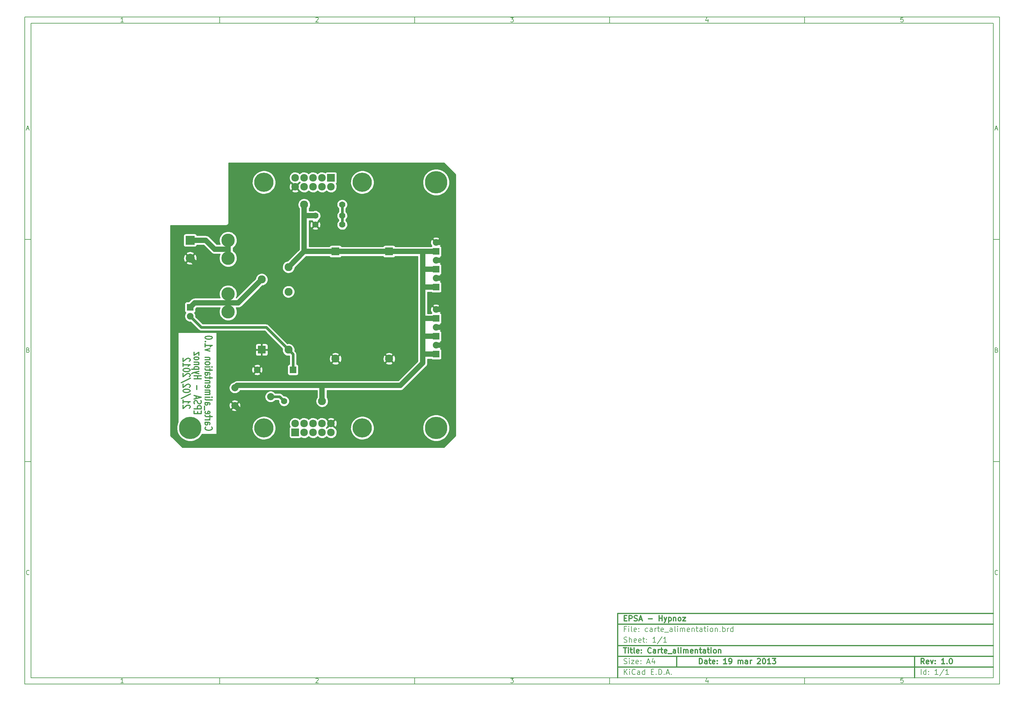
<source format=gbl>
G04 (created by PCBNEW-RS274X (2012-01-19 BZR 3256)-stable) date 19/03/2013 14:49:39*
G01*
G70*
G90*
%MOIN*%
G04 Gerber Fmt 3.4, Leading zero omitted, Abs format*
%FSLAX34Y34*%
G04 APERTURE LIST*
%ADD10C,0.006000*%
%ADD11C,0.012000*%
%ADD12C,0.215000*%
%ADD13R,0.085000X0.085000*%
%ADD14C,0.085000*%
%ADD15C,0.250000*%
%ADD16C,0.080000*%
%ADD17R,0.090000X0.090000*%
%ADD18C,0.090000*%
%ADD19C,0.070000*%
%ADD20R,0.075000X0.075000*%
%ADD21C,0.075000*%
%ADD22C,0.150000*%
%ADD23R,0.100000X0.100000*%
%ADD24C,0.100000*%
%ADD25C,0.060000*%
%ADD26C,0.030000*%
%ADD27C,0.010000*%
G04 APERTURE END LIST*
G54D10*
X04000Y-04000D02*
X113000Y-04000D01*
X113000Y-78670D01*
X04000Y-78670D01*
X04000Y-04000D01*
X04700Y-04700D02*
X112300Y-04700D01*
X112300Y-77970D01*
X04700Y-77970D01*
X04700Y-04700D01*
X25800Y-04000D02*
X25800Y-04700D01*
X15043Y-04552D02*
X14757Y-04552D01*
X14900Y-04552D02*
X14900Y-04052D01*
X14852Y-04124D01*
X14805Y-04171D01*
X14757Y-04195D01*
X25800Y-78670D02*
X25800Y-77970D01*
X15043Y-78522D02*
X14757Y-78522D01*
X14900Y-78522D02*
X14900Y-78022D01*
X14852Y-78094D01*
X14805Y-78141D01*
X14757Y-78165D01*
X47600Y-04000D02*
X47600Y-04700D01*
X36557Y-04100D02*
X36581Y-04076D01*
X36629Y-04052D01*
X36748Y-04052D01*
X36795Y-04076D01*
X36819Y-04100D01*
X36843Y-04148D01*
X36843Y-04195D01*
X36819Y-04267D01*
X36533Y-04552D01*
X36843Y-04552D01*
X47600Y-78670D02*
X47600Y-77970D01*
X36557Y-78070D02*
X36581Y-78046D01*
X36629Y-78022D01*
X36748Y-78022D01*
X36795Y-78046D01*
X36819Y-78070D01*
X36843Y-78118D01*
X36843Y-78165D01*
X36819Y-78237D01*
X36533Y-78522D01*
X36843Y-78522D01*
X69400Y-04000D02*
X69400Y-04700D01*
X58333Y-04052D02*
X58643Y-04052D01*
X58476Y-04243D01*
X58548Y-04243D01*
X58595Y-04267D01*
X58619Y-04290D01*
X58643Y-04338D01*
X58643Y-04457D01*
X58619Y-04505D01*
X58595Y-04529D01*
X58548Y-04552D01*
X58405Y-04552D01*
X58357Y-04529D01*
X58333Y-04505D01*
X69400Y-78670D02*
X69400Y-77970D01*
X58333Y-78022D02*
X58643Y-78022D01*
X58476Y-78213D01*
X58548Y-78213D01*
X58595Y-78237D01*
X58619Y-78260D01*
X58643Y-78308D01*
X58643Y-78427D01*
X58619Y-78475D01*
X58595Y-78499D01*
X58548Y-78522D01*
X58405Y-78522D01*
X58357Y-78499D01*
X58333Y-78475D01*
X91200Y-04000D02*
X91200Y-04700D01*
X80395Y-04219D02*
X80395Y-04552D01*
X80276Y-04029D02*
X80157Y-04386D01*
X80467Y-04386D01*
X91200Y-78670D02*
X91200Y-77970D01*
X80395Y-78189D02*
X80395Y-78522D01*
X80276Y-77999D02*
X80157Y-78356D01*
X80467Y-78356D01*
X102219Y-04052D02*
X101981Y-04052D01*
X101957Y-04290D01*
X101981Y-04267D01*
X102029Y-04243D01*
X102148Y-04243D01*
X102195Y-04267D01*
X102219Y-04290D01*
X102243Y-04338D01*
X102243Y-04457D01*
X102219Y-04505D01*
X102195Y-04529D01*
X102148Y-04552D01*
X102029Y-04552D01*
X101981Y-04529D01*
X101957Y-04505D01*
X102219Y-78022D02*
X101981Y-78022D01*
X101957Y-78260D01*
X101981Y-78237D01*
X102029Y-78213D01*
X102148Y-78213D01*
X102195Y-78237D01*
X102219Y-78260D01*
X102243Y-78308D01*
X102243Y-78427D01*
X102219Y-78475D01*
X102195Y-78499D01*
X102148Y-78522D01*
X102029Y-78522D01*
X101981Y-78499D01*
X101957Y-78475D01*
X04000Y-28890D02*
X04700Y-28890D01*
X04231Y-16510D02*
X04469Y-16510D01*
X04184Y-16652D02*
X04350Y-16152D01*
X04517Y-16652D01*
X113000Y-28890D02*
X112300Y-28890D01*
X112531Y-16510D02*
X112769Y-16510D01*
X112484Y-16652D02*
X112650Y-16152D01*
X112817Y-16652D01*
X04000Y-53780D02*
X04700Y-53780D01*
X04386Y-41280D02*
X04457Y-41304D01*
X04481Y-41328D01*
X04505Y-41376D01*
X04505Y-41447D01*
X04481Y-41495D01*
X04457Y-41519D01*
X04410Y-41542D01*
X04219Y-41542D01*
X04219Y-41042D01*
X04386Y-41042D01*
X04433Y-41066D01*
X04457Y-41090D01*
X04481Y-41138D01*
X04481Y-41185D01*
X04457Y-41233D01*
X04433Y-41257D01*
X04386Y-41280D01*
X04219Y-41280D01*
X113000Y-53780D02*
X112300Y-53780D01*
X112686Y-41280D02*
X112757Y-41304D01*
X112781Y-41328D01*
X112805Y-41376D01*
X112805Y-41447D01*
X112781Y-41495D01*
X112757Y-41519D01*
X112710Y-41542D01*
X112519Y-41542D01*
X112519Y-41042D01*
X112686Y-41042D01*
X112733Y-41066D01*
X112757Y-41090D01*
X112781Y-41138D01*
X112781Y-41185D01*
X112757Y-41233D01*
X112733Y-41257D01*
X112686Y-41280D01*
X112519Y-41280D01*
X04505Y-66385D02*
X04481Y-66409D01*
X04410Y-66432D01*
X04362Y-66432D01*
X04290Y-66409D01*
X04243Y-66361D01*
X04219Y-66313D01*
X04195Y-66218D01*
X04195Y-66147D01*
X04219Y-66051D01*
X04243Y-66004D01*
X04290Y-65956D01*
X04362Y-65932D01*
X04410Y-65932D01*
X04481Y-65956D01*
X04505Y-65980D01*
X112805Y-66385D02*
X112781Y-66409D01*
X112710Y-66432D01*
X112662Y-66432D01*
X112590Y-66409D01*
X112543Y-66361D01*
X112519Y-66313D01*
X112495Y-66218D01*
X112495Y-66147D01*
X112519Y-66051D01*
X112543Y-66004D01*
X112590Y-65956D01*
X112662Y-65932D01*
X112710Y-65932D01*
X112781Y-65956D01*
X112805Y-65980D01*
G54D11*
X79443Y-76413D02*
X79443Y-75813D01*
X79586Y-75813D01*
X79671Y-75841D01*
X79729Y-75899D01*
X79757Y-75956D01*
X79786Y-76070D01*
X79786Y-76156D01*
X79757Y-76270D01*
X79729Y-76327D01*
X79671Y-76384D01*
X79586Y-76413D01*
X79443Y-76413D01*
X80300Y-76413D02*
X80300Y-76099D01*
X80271Y-76041D01*
X80214Y-76013D01*
X80100Y-76013D01*
X80043Y-76041D01*
X80300Y-76384D02*
X80243Y-76413D01*
X80100Y-76413D01*
X80043Y-76384D01*
X80014Y-76327D01*
X80014Y-76270D01*
X80043Y-76213D01*
X80100Y-76184D01*
X80243Y-76184D01*
X80300Y-76156D01*
X80500Y-76013D02*
X80729Y-76013D01*
X80586Y-75813D02*
X80586Y-76327D01*
X80614Y-76384D01*
X80672Y-76413D01*
X80729Y-76413D01*
X81157Y-76384D02*
X81100Y-76413D01*
X80986Y-76413D01*
X80929Y-76384D01*
X80900Y-76327D01*
X80900Y-76099D01*
X80929Y-76041D01*
X80986Y-76013D01*
X81100Y-76013D01*
X81157Y-76041D01*
X81186Y-76099D01*
X81186Y-76156D01*
X80900Y-76213D01*
X81443Y-76356D02*
X81471Y-76384D01*
X81443Y-76413D01*
X81414Y-76384D01*
X81443Y-76356D01*
X81443Y-76413D01*
X81443Y-76041D02*
X81471Y-76070D01*
X81443Y-76099D01*
X81414Y-76070D01*
X81443Y-76041D01*
X81443Y-76099D01*
X82500Y-76413D02*
X82157Y-76413D01*
X82329Y-76413D02*
X82329Y-75813D01*
X82272Y-75899D01*
X82214Y-75956D01*
X82157Y-75984D01*
X82785Y-76413D02*
X82900Y-76413D01*
X82957Y-76384D01*
X82985Y-76356D01*
X83043Y-76270D01*
X83071Y-76156D01*
X83071Y-75927D01*
X83043Y-75870D01*
X83014Y-75841D01*
X82957Y-75813D01*
X82843Y-75813D01*
X82785Y-75841D01*
X82757Y-75870D01*
X82728Y-75927D01*
X82728Y-76070D01*
X82757Y-76127D01*
X82785Y-76156D01*
X82843Y-76184D01*
X82957Y-76184D01*
X83014Y-76156D01*
X83043Y-76127D01*
X83071Y-76070D01*
X83785Y-76413D02*
X83785Y-76013D01*
X83785Y-76070D02*
X83813Y-76041D01*
X83871Y-76013D01*
X83956Y-76013D01*
X84013Y-76041D01*
X84042Y-76099D01*
X84042Y-76413D01*
X84042Y-76099D02*
X84071Y-76041D01*
X84128Y-76013D01*
X84213Y-76013D01*
X84271Y-76041D01*
X84299Y-76099D01*
X84299Y-76413D01*
X84842Y-76413D02*
X84842Y-76099D01*
X84813Y-76041D01*
X84756Y-76013D01*
X84642Y-76013D01*
X84585Y-76041D01*
X84842Y-76384D02*
X84785Y-76413D01*
X84642Y-76413D01*
X84585Y-76384D01*
X84556Y-76327D01*
X84556Y-76270D01*
X84585Y-76213D01*
X84642Y-76184D01*
X84785Y-76184D01*
X84842Y-76156D01*
X85128Y-76413D02*
X85128Y-76013D01*
X85128Y-76127D02*
X85156Y-76070D01*
X85185Y-76041D01*
X85242Y-76013D01*
X85299Y-76013D01*
X85927Y-75870D02*
X85956Y-75841D01*
X86013Y-75813D01*
X86156Y-75813D01*
X86213Y-75841D01*
X86242Y-75870D01*
X86270Y-75927D01*
X86270Y-75984D01*
X86242Y-76070D01*
X85899Y-76413D01*
X86270Y-76413D01*
X86641Y-75813D02*
X86698Y-75813D01*
X86755Y-75841D01*
X86784Y-75870D01*
X86813Y-75927D01*
X86841Y-76041D01*
X86841Y-76184D01*
X86813Y-76299D01*
X86784Y-76356D01*
X86755Y-76384D01*
X86698Y-76413D01*
X86641Y-76413D01*
X86584Y-76384D01*
X86555Y-76356D01*
X86527Y-76299D01*
X86498Y-76184D01*
X86498Y-76041D01*
X86527Y-75927D01*
X86555Y-75870D01*
X86584Y-75841D01*
X86641Y-75813D01*
X87412Y-76413D02*
X87069Y-76413D01*
X87241Y-76413D02*
X87241Y-75813D01*
X87184Y-75899D01*
X87126Y-75956D01*
X87069Y-75984D01*
X87612Y-75813D02*
X87983Y-75813D01*
X87783Y-76041D01*
X87869Y-76041D01*
X87926Y-76070D01*
X87955Y-76099D01*
X87983Y-76156D01*
X87983Y-76299D01*
X87955Y-76356D01*
X87926Y-76384D01*
X87869Y-76413D01*
X87697Y-76413D01*
X87640Y-76384D01*
X87612Y-76356D01*
G54D10*
X71043Y-77613D02*
X71043Y-77013D01*
X71386Y-77613D02*
X71129Y-77270D01*
X71386Y-77013D02*
X71043Y-77356D01*
X71643Y-77613D02*
X71643Y-77213D01*
X71643Y-77013D02*
X71614Y-77041D01*
X71643Y-77070D01*
X71671Y-77041D01*
X71643Y-77013D01*
X71643Y-77070D01*
X72272Y-77556D02*
X72243Y-77584D01*
X72157Y-77613D01*
X72100Y-77613D01*
X72015Y-77584D01*
X71957Y-77527D01*
X71929Y-77470D01*
X71900Y-77356D01*
X71900Y-77270D01*
X71929Y-77156D01*
X71957Y-77099D01*
X72015Y-77041D01*
X72100Y-77013D01*
X72157Y-77013D01*
X72243Y-77041D01*
X72272Y-77070D01*
X72786Y-77613D02*
X72786Y-77299D01*
X72757Y-77241D01*
X72700Y-77213D01*
X72586Y-77213D01*
X72529Y-77241D01*
X72786Y-77584D02*
X72729Y-77613D01*
X72586Y-77613D01*
X72529Y-77584D01*
X72500Y-77527D01*
X72500Y-77470D01*
X72529Y-77413D01*
X72586Y-77384D01*
X72729Y-77384D01*
X72786Y-77356D01*
X73329Y-77613D02*
X73329Y-77013D01*
X73329Y-77584D02*
X73272Y-77613D01*
X73158Y-77613D01*
X73100Y-77584D01*
X73072Y-77556D01*
X73043Y-77499D01*
X73043Y-77327D01*
X73072Y-77270D01*
X73100Y-77241D01*
X73158Y-77213D01*
X73272Y-77213D01*
X73329Y-77241D01*
X74072Y-77299D02*
X74272Y-77299D01*
X74358Y-77613D02*
X74072Y-77613D01*
X74072Y-77013D01*
X74358Y-77013D01*
X74615Y-77556D02*
X74643Y-77584D01*
X74615Y-77613D01*
X74586Y-77584D01*
X74615Y-77556D01*
X74615Y-77613D01*
X74901Y-77613D02*
X74901Y-77013D01*
X75044Y-77013D01*
X75129Y-77041D01*
X75187Y-77099D01*
X75215Y-77156D01*
X75244Y-77270D01*
X75244Y-77356D01*
X75215Y-77470D01*
X75187Y-77527D01*
X75129Y-77584D01*
X75044Y-77613D01*
X74901Y-77613D01*
X75501Y-77556D02*
X75529Y-77584D01*
X75501Y-77613D01*
X75472Y-77584D01*
X75501Y-77556D01*
X75501Y-77613D01*
X75758Y-77441D02*
X76044Y-77441D01*
X75701Y-77613D02*
X75901Y-77013D01*
X76101Y-77613D01*
X76301Y-77556D02*
X76329Y-77584D01*
X76301Y-77613D01*
X76272Y-77584D01*
X76301Y-77556D01*
X76301Y-77613D01*
G54D11*
X104586Y-76413D02*
X104386Y-76127D01*
X104243Y-76413D02*
X104243Y-75813D01*
X104471Y-75813D01*
X104529Y-75841D01*
X104557Y-75870D01*
X104586Y-75927D01*
X104586Y-76013D01*
X104557Y-76070D01*
X104529Y-76099D01*
X104471Y-76127D01*
X104243Y-76127D01*
X105071Y-76384D02*
X105014Y-76413D01*
X104900Y-76413D01*
X104843Y-76384D01*
X104814Y-76327D01*
X104814Y-76099D01*
X104843Y-76041D01*
X104900Y-76013D01*
X105014Y-76013D01*
X105071Y-76041D01*
X105100Y-76099D01*
X105100Y-76156D01*
X104814Y-76213D01*
X105300Y-76013D02*
X105443Y-76413D01*
X105585Y-76013D01*
X105814Y-76356D02*
X105842Y-76384D01*
X105814Y-76413D01*
X105785Y-76384D01*
X105814Y-76356D01*
X105814Y-76413D01*
X105814Y-76041D02*
X105842Y-76070D01*
X105814Y-76099D01*
X105785Y-76070D01*
X105814Y-76041D01*
X105814Y-76099D01*
X106871Y-76413D02*
X106528Y-76413D01*
X106700Y-76413D02*
X106700Y-75813D01*
X106643Y-75899D01*
X106585Y-75956D01*
X106528Y-75984D01*
X107128Y-76356D02*
X107156Y-76384D01*
X107128Y-76413D01*
X107099Y-76384D01*
X107128Y-76356D01*
X107128Y-76413D01*
X107528Y-75813D02*
X107585Y-75813D01*
X107642Y-75841D01*
X107671Y-75870D01*
X107700Y-75927D01*
X107728Y-76041D01*
X107728Y-76184D01*
X107700Y-76299D01*
X107671Y-76356D01*
X107642Y-76384D01*
X107585Y-76413D01*
X107528Y-76413D01*
X107471Y-76384D01*
X107442Y-76356D01*
X107414Y-76299D01*
X107385Y-76184D01*
X107385Y-76041D01*
X107414Y-75927D01*
X107442Y-75870D01*
X107471Y-75841D01*
X107528Y-75813D01*
G54D10*
X71014Y-76384D02*
X71100Y-76413D01*
X71243Y-76413D01*
X71300Y-76384D01*
X71329Y-76356D01*
X71357Y-76299D01*
X71357Y-76241D01*
X71329Y-76184D01*
X71300Y-76156D01*
X71243Y-76127D01*
X71129Y-76099D01*
X71071Y-76070D01*
X71043Y-76041D01*
X71014Y-75984D01*
X71014Y-75927D01*
X71043Y-75870D01*
X71071Y-75841D01*
X71129Y-75813D01*
X71271Y-75813D01*
X71357Y-75841D01*
X71614Y-76413D02*
X71614Y-76013D01*
X71614Y-75813D02*
X71585Y-75841D01*
X71614Y-75870D01*
X71642Y-75841D01*
X71614Y-75813D01*
X71614Y-75870D01*
X71843Y-76013D02*
X72157Y-76013D01*
X71843Y-76413D01*
X72157Y-76413D01*
X72614Y-76384D02*
X72557Y-76413D01*
X72443Y-76413D01*
X72386Y-76384D01*
X72357Y-76327D01*
X72357Y-76099D01*
X72386Y-76041D01*
X72443Y-76013D01*
X72557Y-76013D01*
X72614Y-76041D01*
X72643Y-76099D01*
X72643Y-76156D01*
X72357Y-76213D01*
X72900Y-76356D02*
X72928Y-76384D01*
X72900Y-76413D01*
X72871Y-76384D01*
X72900Y-76356D01*
X72900Y-76413D01*
X72900Y-76041D02*
X72928Y-76070D01*
X72900Y-76099D01*
X72871Y-76070D01*
X72900Y-76041D01*
X72900Y-76099D01*
X73614Y-76241D02*
X73900Y-76241D01*
X73557Y-76413D02*
X73757Y-75813D01*
X73957Y-76413D01*
X74414Y-76013D02*
X74414Y-76413D01*
X74271Y-75784D02*
X74128Y-76213D01*
X74500Y-76213D01*
X104243Y-77613D02*
X104243Y-77013D01*
X104786Y-77613D02*
X104786Y-77013D01*
X104786Y-77584D02*
X104729Y-77613D01*
X104615Y-77613D01*
X104557Y-77584D01*
X104529Y-77556D01*
X104500Y-77499D01*
X104500Y-77327D01*
X104529Y-77270D01*
X104557Y-77241D01*
X104615Y-77213D01*
X104729Y-77213D01*
X104786Y-77241D01*
X105072Y-77556D02*
X105100Y-77584D01*
X105072Y-77613D01*
X105043Y-77584D01*
X105072Y-77556D01*
X105072Y-77613D01*
X105072Y-77241D02*
X105100Y-77270D01*
X105072Y-77299D01*
X105043Y-77270D01*
X105072Y-77241D01*
X105072Y-77299D01*
X106129Y-77613D02*
X105786Y-77613D01*
X105958Y-77613D02*
X105958Y-77013D01*
X105901Y-77099D01*
X105843Y-77156D01*
X105786Y-77184D01*
X106814Y-76984D02*
X106300Y-77756D01*
X107329Y-77613D02*
X106986Y-77613D01*
X107158Y-77613D02*
X107158Y-77013D01*
X107101Y-77099D01*
X107043Y-77156D01*
X106986Y-77184D01*
G54D11*
X70957Y-74613D02*
X71300Y-74613D01*
X71129Y-75213D02*
X71129Y-74613D01*
X71500Y-75213D02*
X71500Y-74813D01*
X71500Y-74613D02*
X71471Y-74641D01*
X71500Y-74670D01*
X71528Y-74641D01*
X71500Y-74613D01*
X71500Y-74670D01*
X71700Y-74813D02*
X71929Y-74813D01*
X71786Y-74613D02*
X71786Y-75127D01*
X71814Y-75184D01*
X71872Y-75213D01*
X71929Y-75213D01*
X72215Y-75213D02*
X72157Y-75184D01*
X72129Y-75127D01*
X72129Y-74613D01*
X72671Y-75184D02*
X72614Y-75213D01*
X72500Y-75213D01*
X72443Y-75184D01*
X72414Y-75127D01*
X72414Y-74899D01*
X72443Y-74841D01*
X72500Y-74813D01*
X72614Y-74813D01*
X72671Y-74841D01*
X72700Y-74899D01*
X72700Y-74956D01*
X72414Y-75013D01*
X72957Y-75156D02*
X72985Y-75184D01*
X72957Y-75213D01*
X72928Y-75184D01*
X72957Y-75156D01*
X72957Y-75213D01*
X72957Y-74841D02*
X72985Y-74870D01*
X72957Y-74899D01*
X72928Y-74870D01*
X72957Y-74841D01*
X72957Y-74899D01*
X74043Y-75156D02*
X74014Y-75184D01*
X73928Y-75213D01*
X73871Y-75213D01*
X73786Y-75184D01*
X73728Y-75127D01*
X73700Y-75070D01*
X73671Y-74956D01*
X73671Y-74870D01*
X73700Y-74756D01*
X73728Y-74699D01*
X73786Y-74641D01*
X73871Y-74613D01*
X73928Y-74613D01*
X74014Y-74641D01*
X74043Y-74670D01*
X74557Y-75213D02*
X74557Y-74899D01*
X74528Y-74841D01*
X74471Y-74813D01*
X74357Y-74813D01*
X74300Y-74841D01*
X74557Y-75184D02*
X74500Y-75213D01*
X74357Y-75213D01*
X74300Y-75184D01*
X74271Y-75127D01*
X74271Y-75070D01*
X74300Y-75013D01*
X74357Y-74984D01*
X74500Y-74984D01*
X74557Y-74956D01*
X74843Y-75213D02*
X74843Y-74813D01*
X74843Y-74927D02*
X74871Y-74870D01*
X74900Y-74841D01*
X74957Y-74813D01*
X75014Y-74813D01*
X75128Y-74813D02*
X75357Y-74813D01*
X75214Y-74613D02*
X75214Y-75127D01*
X75242Y-75184D01*
X75300Y-75213D01*
X75357Y-75213D01*
X75785Y-75184D02*
X75728Y-75213D01*
X75614Y-75213D01*
X75557Y-75184D01*
X75528Y-75127D01*
X75528Y-74899D01*
X75557Y-74841D01*
X75614Y-74813D01*
X75728Y-74813D01*
X75785Y-74841D01*
X75814Y-74899D01*
X75814Y-74956D01*
X75528Y-75013D01*
X75928Y-75270D02*
X76385Y-75270D01*
X76785Y-75213D02*
X76785Y-74899D01*
X76756Y-74841D01*
X76699Y-74813D01*
X76585Y-74813D01*
X76528Y-74841D01*
X76785Y-75184D02*
X76728Y-75213D01*
X76585Y-75213D01*
X76528Y-75184D01*
X76499Y-75127D01*
X76499Y-75070D01*
X76528Y-75013D01*
X76585Y-74984D01*
X76728Y-74984D01*
X76785Y-74956D01*
X77157Y-75213D02*
X77099Y-75184D01*
X77071Y-75127D01*
X77071Y-74613D01*
X77385Y-75213D02*
X77385Y-74813D01*
X77385Y-74613D02*
X77356Y-74641D01*
X77385Y-74670D01*
X77413Y-74641D01*
X77385Y-74613D01*
X77385Y-74670D01*
X77671Y-75213D02*
X77671Y-74813D01*
X77671Y-74870D02*
X77699Y-74841D01*
X77757Y-74813D01*
X77842Y-74813D01*
X77899Y-74841D01*
X77928Y-74899D01*
X77928Y-75213D01*
X77928Y-74899D02*
X77957Y-74841D01*
X78014Y-74813D01*
X78099Y-74813D01*
X78157Y-74841D01*
X78185Y-74899D01*
X78185Y-75213D01*
X78699Y-75184D02*
X78642Y-75213D01*
X78528Y-75213D01*
X78471Y-75184D01*
X78442Y-75127D01*
X78442Y-74899D01*
X78471Y-74841D01*
X78528Y-74813D01*
X78642Y-74813D01*
X78699Y-74841D01*
X78728Y-74899D01*
X78728Y-74956D01*
X78442Y-75013D01*
X78985Y-74813D02*
X78985Y-75213D01*
X78985Y-74870D02*
X79013Y-74841D01*
X79071Y-74813D01*
X79156Y-74813D01*
X79213Y-74841D01*
X79242Y-74899D01*
X79242Y-75213D01*
X79442Y-74813D02*
X79671Y-74813D01*
X79528Y-74613D02*
X79528Y-75127D01*
X79556Y-75184D01*
X79614Y-75213D01*
X79671Y-75213D01*
X80128Y-75213D02*
X80128Y-74899D01*
X80099Y-74841D01*
X80042Y-74813D01*
X79928Y-74813D01*
X79871Y-74841D01*
X80128Y-75184D02*
X80071Y-75213D01*
X79928Y-75213D01*
X79871Y-75184D01*
X79842Y-75127D01*
X79842Y-75070D01*
X79871Y-75013D01*
X79928Y-74984D01*
X80071Y-74984D01*
X80128Y-74956D01*
X80328Y-74813D02*
X80557Y-74813D01*
X80414Y-74613D02*
X80414Y-75127D01*
X80442Y-75184D01*
X80500Y-75213D01*
X80557Y-75213D01*
X80757Y-75213D02*
X80757Y-74813D01*
X80757Y-74613D02*
X80728Y-74641D01*
X80757Y-74670D01*
X80785Y-74641D01*
X80757Y-74613D01*
X80757Y-74670D01*
X81129Y-75213D02*
X81071Y-75184D01*
X81043Y-75156D01*
X81014Y-75099D01*
X81014Y-74927D01*
X81043Y-74870D01*
X81071Y-74841D01*
X81129Y-74813D01*
X81214Y-74813D01*
X81271Y-74841D01*
X81300Y-74870D01*
X81329Y-74927D01*
X81329Y-75099D01*
X81300Y-75156D01*
X81271Y-75184D01*
X81214Y-75213D01*
X81129Y-75213D01*
X81586Y-74813D02*
X81586Y-75213D01*
X81586Y-74870D02*
X81614Y-74841D01*
X81672Y-74813D01*
X81757Y-74813D01*
X81814Y-74841D01*
X81843Y-74899D01*
X81843Y-75213D01*
G54D10*
X71243Y-72499D02*
X71043Y-72499D01*
X71043Y-72813D02*
X71043Y-72213D01*
X71329Y-72213D01*
X71557Y-72813D02*
X71557Y-72413D01*
X71557Y-72213D02*
X71528Y-72241D01*
X71557Y-72270D01*
X71585Y-72241D01*
X71557Y-72213D01*
X71557Y-72270D01*
X71929Y-72813D02*
X71871Y-72784D01*
X71843Y-72727D01*
X71843Y-72213D01*
X72385Y-72784D02*
X72328Y-72813D01*
X72214Y-72813D01*
X72157Y-72784D01*
X72128Y-72727D01*
X72128Y-72499D01*
X72157Y-72441D01*
X72214Y-72413D01*
X72328Y-72413D01*
X72385Y-72441D01*
X72414Y-72499D01*
X72414Y-72556D01*
X72128Y-72613D01*
X72671Y-72756D02*
X72699Y-72784D01*
X72671Y-72813D01*
X72642Y-72784D01*
X72671Y-72756D01*
X72671Y-72813D01*
X72671Y-72441D02*
X72699Y-72470D01*
X72671Y-72499D01*
X72642Y-72470D01*
X72671Y-72441D01*
X72671Y-72499D01*
X73671Y-72784D02*
X73614Y-72813D01*
X73500Y-72813D01*
X73442Y-72784D01*
X73414Y-72756D01*
X73385Y-72699D01*
X73385Y-72527D01*
X73414Y-72470D01*
X73442Y-72441D01*
X73500Y-72413D01*
X73614Y-72413D01*
X73671Y-72441D01*
X74185Y-72813D02*
X74185Y-72499D01*
X74156Y-72441D01*
X74099Y-72413D01*
X73985Y-72413D01*
X73928Y-72441D01*
X74185Y-72784D02*
X74128Y-72813D01*
X73985Y-72813D01*
X73928Y-72784D01*
X73899Y-72727D01*
X73899Y-72670D01*
X73928Y-72613D01*
X73985Y-72584D01*
X74128Y-72584D01*
X74185Y-72556D01*
X74471Y-72813D02*
X74471Y-72413D01*
X74471Y-72527D02*
X74499Y-72470D01*
X74528Y-72441D01*
X74585Y-72413D01*
X74642Y-72413D01*
X74756Y-72413D02*
X74985Y-72413D01*
X74842Y-72213D02*
X74842Y-72727D01*
X74870Y-72784D01*
X74928Y-72813D01*
X74985Y-72813D01*
X75413Y-72784D02*
X75356Y-72813D01*
X75242Y-72813D01*
X75185Y-72784D01*
X75156Y-72727D01*
X75156Y-72499D01*
X75185Y-72441D01*
X75242Y-72413D01*
X75356Y-72413D01*
X75413Y-72441D01*
X75442Y-72499D01*
X75442Y-72556D01*
X75156Y-72613D01*
X75556Y-72870D02*
X76013Y-72870D01*
X76413Y-72813D02*
X76413Y-72499D01*
X76384Y-72441D01*
X76327Y-72413D01*
X76213Y-72413D01*
X76156Y-72441D01*
X76413Y-72784D02*
X76356Y-72813D01*
X76213Y-72813D01*
X76156Y-72784D01*
X76127Y-72727D01*
X76127Y-72670D01*
X76156Y-72613D01*
X76213Y-72584D01*
X76356Y-72584D01*
X76413Y-72556D01*
X76785Y-72813D02*
X76727Y-72784D01*
X76699Y-72727D01*
X76699Y-72213D01*
X77013Y-72813D02*
X77013Y-72413D01*
X77013Y-72213D02*
X76984Y-72241D01*
X77013Y-72270D01*
X77041Y-72241D01*
X77013Y-72213D01*
X77013Y-72270D01*
X77299Y-72813D02*
X77299Y-72413D01*
X77299Y-72470D02*
X77327Y-72441D01*
X77385Y-72413D01*
X77470Y-72413D01*
X77527Y-72441D01*
X77556Y-72499D01*
X77556Y-72813D01*
X77556Y-72499D02*
X77585Y-72441D01*
X77642Y-72413D01*
X77727Y-72413D01*
X77785Y-72441D01*
X77813Y-72499D01*
X77813Y-72813D01*
X78327Y-72784D02*
X78270Y-72813D01*
X78156Y-72813D01*
X78099Y-72784D01*
X78070Y-72727D01*
X78070Y-72499D01*
X78099Y-72441D01*
X78156Y-72413D01*
X78270Y-72413D01*
X78327Y-72441D01*
X78356Y-72499D01*
X78356Y-72556D01*
X78070Y-72613D01*
X78613Y-72413D02*
X78613Y-72813D01*
X78613Y-72470D02*
X78641Y-72441D01*
X78699Y-72413D01*
X78784Y-72413D01*
X78841Y-72441D01*
X78870Y-72499D01*
X78870Y-72813D01*
X79070Y-72413D02*
X79299Y-72413D01*
X79156Y-72213D02*
X79156Y-72727D01*
X79184Y-72784D01*
X79242Y-72813D01*
X79299Y-72813D01*
X79756Y-72813D02*
X79756Y-72499D01*
X79727Y-72441D01*
X79670Y-72413D01*
X79556Y-72413D01*
X79499Y-72441D01*
X79756Y-72784D02*
X79699Y-72813D01*
X79556Y-72813D01*
X79499Y-72784D01*
X79470Y-72727D01*
X79470Y-72670D01*
X79499Y-72613D01*
X79556Y-72584D01*
X79699Y-72584D01*
X79756Y-72556D01*
X79956Y-72413D02*
X80185Y-72413D01*
X80042Y-72213D02*
X80042Y-72727D01*
X80070Y-72784D01*
X80128Y-72813D01*
X80185Y-72813D01*
X80385Y-72813D02*
X80385Y-72413D01*
X80385Y-72213D02*
X80356Y-72241D01*
X80385Y-72270D01*
X80413Y-72241D01*
X80385Y-72213D01*
X80385Y-72270D01*
X80757Y-72813D02*
X80699Y-72784D01*
X80671Y-72756D01*
X80642Y-72699D01*
X80642Y-72527D01*
X80671Y-72470D01*
X80699Y-72441D01*
X80757Y-72413D01*
X80842Y-72413D01*
X80899Y-72441D01*
X80928Y-72470D01*
X80957Y-72527D01*
X80957Y-72699D01*
X80928Y-72756D01*
X80899Y-72784D01*
X80842Y-72813D01*
X80757Y-72813D01*
X81214Y-72413D02*
X81214Y-72813D01*
X81214Y-72470D02*
X81242Y-72441D01*
X81300Y-72413D01*
X81385Y-72413D01*
X81442Y-72441D01*
X81471Y-72499D01*
X81471Y-72813D01*
X81757Y-72756D02*
X81785Y-72784D01*
X81757Y-72813D01*
X81728Y-72784D01*
X81757Y-72756D01*
X81757Y-72813D01*
X82043Y-72813D02*
X82043Y-72213D01*
X82043Y-72441D02*
X82100Y-72413D01*
X82214Y-72413D01*
X82271Y-72441D01*
X82300Y-72470D01*
X82329Y-72527D01*
X82329Y-72699D01*
X82300Y-72756D01*
X82271Y-72784D01*
X82214Y-72813D01*
X82100Y-72813D01*
X82043Y-72784D01*
X82586Y-72813D02*
X82586Y-72413D01*
X82586Y-72527D02*
X82614Y-72470D01*
X82643Y-72441D01*
X82700Y-72413D01*
X82757Y-72413D01*
X83214Y-72813D02*
X83214Y-72213D01*
X83214Y-72784D02*
X83157Y-72813D01*
X83043Y-72813D01*
X82985Y-72784D01*
X82957Y-72756D01*
X82928Y-72699D01*
X82928Y-72527D01*
X82957Y-72470D01*
X82985Y-72441D01*
X83043Y-72413D01*
X83157Y-72413D01*
X83214Y-72441D01*
X71014Y-73984D02*
X71100Y-74013D01*
X71243Y-74013D01*
X71300Y-73984D01*
X71329Y-73956D01*
X71357Y-73899D01*
X71357Y-73841D01*
X71329Y-73784D01*
X71300Y-73756D01*
X71243Y-73727D01*
X71129Y-73699D01*
X71071Y-73670D01*
X71043Y-73641D01*
X71014Y-73584D01*
X71014Y-73527D01*
X71043Y-73470D01*
X71071Y-73441D01*
X71129Y-73413D01*
X71271Y-73413D01*
X71357Y-73441D01*
X71614Y-74013D02*
X71614Y-73413D01*
X71871Y-74013D02*
X71871Y-73699D01*
X71842Y-73641D01*
X71785Y-73613D01*
X71700Y-73613D01*
X71642Y-73641D01*
X71614Y-73670D01*
X72385Y-73984D02*
X72328Y-74013D01*
X72214Y-74013D01*
X72157Y-73984D01*
X72128Y-73927D01*
X72128Y-73699D01*
X72157Y-73641D01*
X72214Y-73613D01*
X72328Y-73613D01*
X72385Y-73641D01*
X72414Y-73699D01*
X72414Y-73756D01*
X72128Y-73813D01*
X72899Y-73984D02*
X72842Y-74013D01*
X72728Y-74013D01*
X72671Y-73984D01*
X72642Y-73927D01*
X72642Y-73699D01*
X72671Y-73641D01*
X72728Y-73613D01*
X72842Y-73613D01*
X72899Y-73641D01*
X72928Y-73699D01*
X72928Y-73756D01*
X72642Y-73813D01*
X73099Y-73613D02*
X73328Y-73613D01*
X73185Y-73413D02*
X73185Y-73927D01*
X73213Y-73984D01*
X73271Y-74013D01*
X73328Y-74013D01*
X73528Y-73956D02*
X73556Y-73984D01*
X73528Y-74013D01*
X73499Y-73984D01*
X73528Y-73956D01*
X73528Y-74013D01*
X73528Y-73641D02*
X73556Y-73670D01*
X73528Y-73699D01*
X73499Y-73670D01*
X73528Y-73641D01*
X73528Y-73699D01*
X74585Y-74013D02*
X74242Y-74013D01*
X74414Y-74013D02*
X74414Y-73413D01*
X74357Y-73499D01*
X74299Y-73556D01*
X74242Y-73584D01*
X75270Y-73384D02*
X74756Y-74156D01*
X75785Y-74013D02*
X75442Y-74013D01*
X75614Y-74013D02*
X75614Y-73413D01*
X75557Y-73499D01*
X75499Y-73556D01*
X75442Y-73584D01*
G54D11*
X71043Y-71299D02*
X71243Y-71299D01*
X71329Y-71613D02*
X71043Y-71613D01*
X71043Y-71013D01*
X71329Y-71013D01*
X71586Y-71613D02*
X71586Y-71013D01*
X71814Y-71013D01*
X71872Y-71041D01*
X71900Y-71070D01*
X71929Y-71127D01*
X71929Y-71213D01*
X71900Y-71270D01*
X71872Y-71299D01*
X71814Y-71327D01*
X71586Y-71327D01*
X72157Y-71584D02*
X72243Y-71613D01*
X72386Y-71613D01*
X72443Y-71584D01*
X72472Y-71556D01*
X72500Y-71499D01*
X72500Y-71441D01*
X72472Y-71384D01*
X72443Y-71356D01*
X72386Y-71327D01*
X72272Y-71299D01*
X72214Y-71270D01*
X72186Y-71241D01*
X72157Y-71184D01*
X72157Y-71127D01*
X72186Y-71070D01*
X72214Y-71041D01*
X72272Y-71013D01*
X72414Y-71013D01*
X72500Y-71041D01*
X72728Y-71441D02*
X73014Y-71441D01*
X72671Y-71613D02*
X72871Y-71013D01*
X73071Y-71613D01*
X73728Y-71384D02*
X74185Y-71384D01*
X74928Y-71613D02*
X74928Y-71013D01*
X74928Y-71299D02*
X75271Y-71299D01*
X75271Y-71613D02*
X75271Y-71013D01*
X75500Y-71213D02*
X75643Y-71613D01*
X75785Y-71213D02*
X75643Y-71613D01*
X75585Y-71756D01*
X75557Y-71784D01*
X75500Y-71813D01*
X76014Y-71213D02*
X76014Y-71813D01*
X76014Y-71241D02*
X76071Y-71213D01*
X76185Y-71213D01*
X76242Y-71241D01*
X76271Y-71270D01*
X76300Y-71327D01*
X76300Y-71499D01*
X76271Y-71556D01*
X76242Y-71584D01*
X76185Y-71613D01*
X76071Y-71613D01*
X76014Y-71584D01*
X76557Y-71213D02*
X76557Y-71613D01*
X76557Y-71270D02*
X76585Y-71241D01*
X76643Y-71213D01*
X76728Y-71213D01*
X76785Y-71241D01*
X76814Y-71299D01*
X76814Y-71613D01*
X77186Y-71613D02*
X77128Y-71584D01*
X77100Y-71556D01*
X77071Y-71499D01*
X77071Y-71327D01*
X77100Y-71270D01*
X77128Y-71241D01*
X77186Y-71213D01*
X77271Y-71213D01*
X77328Y-71241D01*
X77357Y-71270D01*
X77386Y-71327D01*
X77386Y-71499D01*
X77357Y-71556D01*
X77328Y-71584D01*
X77271Y-71613D01*
X77186Y-71613D01*
X77586Y-71213D02*
X77900Y-71213D01*
X77586Y-71613D01*
X77900Y-71613D01*
X70300Y-70770D02*
X70300Y-77970D01*
X70300Y-71970D02*
X112300Y-71970D01*
X70300Y-70770D02*
X112300Y-70770D01*
X70300Y-74370D02*
X112300Y-74370D01*
X103500Y-75570D02*
X103500Y-77970D01*
X70300Y-76770D02*
X112300Y-76770D01*
X70300Y-75570D02*
X112300Y-75570D01*
X76900Y-75570D02*
X76900Y-76770D01*
X24252Y-49899D02*
X24214Y-49928D01*
X24176Y-50014D01*
X24176Y-50071D01*
X24214Y-50156D01*
X24290Y-50214D01*
X24367Y-50242D01*
X24519Y-50271D01*
X24633Y-50271D01*
X24786Y-50242D01*
X24862Y-50214D01*
X24938Y-50156D01*
X24976Y-50071D01*
X24976Y-50014D01*
X24938Y-49928D01*
X24900Y-49899D01*
X24176Y-49385D02*
X24595Y-49385D01*
X24671Y-49414D01*
X24710Y-49471D01*
X24710Y-49585D01*
X24671Y-49642D01*
X24214Y-49385D02*
X24176Y-49442D01*
X24176Y-49585D01*
X24214Y-49642D01*
X24290Y-49671D01*
X24367Y-49671D01*
X24443Y-49642D01*
X24481Y-49585D01*
X24481Y-49442D01*
X24519Y-49385D01*
X24176Y-49099D02*
X24710Y-49099D01*
X24557Y-49099D02*
X24633Y-49071D01*
X24671Y-49042D01*
X24710Y-48985D01*
X24710Y-48928D01*
X24710Y-48814D02*
X24710Y-48585D01*
X24976Y-48728D02*
X24290Y-48728D01*
X24214Y-48700D01*
X24176Y-48642D01*
X24176Y-48585D01*
X24214Y-48157D02*
X24176Y-48214D01*
X24176Y-48328D01*
X24214Y-48385D01*
X24290Y-48414D01*
X24595Y-48414D01*
X24671Y-48385D01*
X24710Y-48328D01*
X24710Y-48214D01*
X24671Y-48157D01*
X24595Y-48128D01*
X24519Y-48128D01*
X24443Y-48414D01*
X24100Y-48014D02*
X24100Y-47557D01*
X24176Y-47157D02*
X24595Y-47157D01*
X24671Y-47186D01*
X24710Y-47243D01*
X24710Y-47357D01*
X24671Y-47414D01*
X24214Y-47157D02*
X24176Y-47214D01*
X24176Y-47357D01*
X24214Y-47414D01*
X24290Y-47443D01*
X24367Y-47443D01*
X24443Y-47414D01*
X24481Y-47357D01*
X24481Y-47214D01*
X24519Y-47157D01*
X24176Y-46785D02*
X24214Y-46843D01*
X24290Y-46871D01*
X24976Y-46871D01*
X24176Y-46557D02*
X24710Y-46557D01*
X24976Y-46557D02*
X24938Y-46586D01*
X24900Y-46557D01*
X24938Y-46529D01*
X24976Y-46557D01*
X24900Y-46557D01*
X24176Y-46271D02*
X24710Y-46271D01*
X24633Y-46271D02*
X24671Y-46243D01*
X24710Y-46185D01*
X24710Y-46100D01*
X24671Y-46043D01*
X24595Y-46014D01*
X24176Y-46014D01*
X24595Y-46014D02*
X24671Y-45985D01*
X24710Y-45928D01*
X24710Y-45843D01*
X24671Y-45785D01*
X24595Y-45757D01*
X24176Y-45757D01*
X24214Y-45243D02*
X24176Y-45300D01*
X24176Y-45414D01*
X24214Y-45471D01*
X24290Y-45500D01*
X24595Y-45500D01*
X24671Y-45471D01*
X24710Y-45414D01*
X24710Y-45300D01*
X24671Y-45243D01*
X24595Y-45214D01*
X24519Y-45214D01*
X24443Y-45500D01*
X24710Y-44957D02*
X24176Y-44957D01*
X24633Y-44957D02*
X24671Y-44929D01*
X24710Y-44871D01*
X24710Y-44786D01*
X24671Y-44729D01*
X24595Y-44700D01*
X24176Y-44700D01*
X24710Y-44500D02*
X24710Y-44271D01*
X24976Y-44414D02*
X24290Y-44414D01*
X24214Y-44386D01*
X24176Y-44328D01*
X24176Y-44271D01*
X24176Y-43814D02*
X24595Y-43814D01*
X24671Y-43843D01*
X24710Y-43900D01*
X24710Y-44014D01*
X24671Y-44071D01*
X24214Y-43814D02*
X24176Y-43871D01*
X24176Y-44014D01*
X24214Y-44071D01*
X24290Y-44100D01*
X24367Y-44100D01*
X24443Y-44071D01*
X24481Y-44014D01*
X24481Y-43871D01*
X24519Y-43814D01*
X24710Y-43614D02*
X24710Y-43385D01*
X24976Y-43528D02*
X24290Y-43528D01*
X24214Y-43500D01*
X24176Y-43442D01*
X24176Y-43385D01*
X24176Y-43185D02*
X24710Y-43185D01*
X24976Y-43185D02*
X24938Y-43214D01*
X24900Y-43185D01*
X24938Y-43157D01*
X24976Y-43185D01*
X24900Y-43185D01*
X24176Y-42813D02*
X24214Y-42871D01*
X24252Y-42899D01*
X24329Y-42928D01*
X24557Y-42928D01*
X24633Y-42899D01*
X24671Y-42871D01*
X24710Y-42813D01*
X24710Y-42728D01*
X24671Y-42671D01*
X24633Y-42642D01*
X24557Y-42613D01*
X24329Y-42613D01*
X24252Y-42642D01*
X24214Y-42671D01*
X24176Y-42728D01*
X24176Y-42813D01*
X24710Y-42356D02*
X24176Y-42356D01*
X24633Y-42356D02*
X24671Y-42328D01*
X24710Y-42270D01*
X24710Y-42185D01*
X24671Y-42128D01*
X24595Y-42099D01*
X24176Y-42099D01*
X24710Y-41413D02*
X24176Y-41270D01*
X24710Y-41128D01*
X24176Y-40585D02*
X24176Y-40928D01*
X24176Y-40756D02*
X24976Y-40756D01*
X24862Y-40813D01*
X24786Y-40871D01*
X24748Y-40928D01*
X24252Y-40328D02*
X24214Y-40300D01*
X24176Y-40328D01*
X24214Y-40357D01*
X24252Y-40328D01*
X24176Y-40328D01*
X24976Y-39928D02*
X24976Y-39871D01*
X24938Y-39814D01*
X24900Y-39785D01*
X24824Y-39756D01*
X24671Y-39728D01*
X24481Y-39728D01*
X24329Y-39756D01*
X24252Y-39785D01*
X24214Y-39814D01*
X24176Y-39871D01*
X24176Y-39928D01*
X24214Y-39985D01*
X24252Y-40014D01*
X24329Y-40042D01*
X24481Y-40071D01*
X24671Y-40071D01*
X24824Y-40042D01*
X24900Y-40014D01*
X24938Y-39985D01*
X24976Y-39928D01*
X23355Y-48400D02*
X23355Y-48200D01*
X22936Y-48114D02*
X22936Y-48400D01*
X23736Y-48400D01*
X23736Y-48114D01*
X22936Y-47857D02*
X23736Y-47857D01*
X23736Y-47629D01*
X23698Y-47571D01*
X23660Y-47543D01*
X23584Y-47514D01*
X23470Y-47514D01*
X23393Y-47543D01*
X23355Y-47571D01*
X23317Y-47629D01*
X23317Y-47857D01*
X22974Y-47286D02*
X22936Y-47200D01*
X22936Y-47057D01*
X22974Y-47000D01*
X23012Y-46971D01*
X23089Y-46943D01*
X23165Y-46943D01*
X23241Y-46971D01*
X23279Y-47000D01*
X23317Y-47057D01*
X23355Y-47171D01*
X23393Y-47229D01*
X23431Y-47257D01*
X23508Y-47286D01*
X23584Y-47286D01*
X23660Y-47257D01*
X23698Y-47229D01*
X23736Y-47171D01*
X23736Y-47029D01*
X23698Y-46943D01*
X23165Y-46715D02*
X23165Y-46429D01*
X22936Y-46772D02*
X23736Y-46572D01*
X22936Y-46372D01*
X23241Y-45715D02*
X23241Y-45258D01*
X22936Y-44515D02*
X23736Y-44515D01*
X23355Y-44515D02*
X23355Y-44172D01*
X22936Y-44172D02*
X23736Y-44172D01*
X23470Y-43943D02*
X22936Y-43800D01*
X23470Y-43658D02*
X22936Y-43800D01*
X22746Y-43858D01*
X22708Y-43886D01*
X22670Y-43943D01*
X23470Y-43429D02*
X22670Y-43429D01*
X23431Y-43429D02*
X23470Y-43372D01*
X23470Y-43258D01*
X23431Y-43201D01*
X23393Y-43172D01*
X23317Y-43143D01*
X23089Y-43143D01*
X23012Y-43172D01*
X22974Y-43201D01*
X22936Y-43258D01*
X22936Y-43372D01*
X22974Y-43429D01*
X23470Y-42886D02*
X22936Y-42886D01*
X23393Y-42886D02*
X23431Y-42858D01*
X23470Y-42800D01*
X23470Y-42715D01*
X23431Y-42658D01*
X23355Y-42629D01*
X22936Y-42629D01*
X22936Y-42257D02*
X22974Y-42315D01*
X23012Y-42343D01*
X23089Y-42372D01*
X23317Y-42372D01*
X23393Y-42343D01*
X23431Y-42315D01*
X23470Y-42257D01*
X23470Y-42172D01*
X23431Y-42115D01*
X23393Y-42086D01*
X23317Y-42057D01*
X23089Y-42057D01*
X23012Y-42086D01*
X22974Y-42115D01*
X22936Y-42172D01*
X22936Y-42257D01*
X23470Y-41857D02*
X23470Y-41543D01*
X22936Y-41857D01*
X22936Y-41543D01*
X22420Y-47799D02*
X22458Y-47770D01*
X22496Y-47713D01*
X22496Y-47570D01*
X22458Y-47513D01*
X22420Y-47484D01*
X22344Y-47456D01*
X22268Y-47456D01*
X22153Y-47484D01*
X21696Y-47827D01*
X21696Y-47456D01*
X21696Y-46885D02*
X21696Y-47228D01*
X21696Y-47056D02*
X22496Y-47056D01*
X22382Y-47113D01*
X22306Y-47171D01*
X22268Y-47228D01*
X22534Y-46200D02*
X21506Y-46714D01*
X22496Y-45885D02*
X22496Y-45828D01*
X22458Y-45771D01*
X22420Y-45742D01*
X22344Y-45713D01*
X22191Y-45685D01*
X22001Y-45685D01*
X21849Y-45713D01*
X21772Y-45742D01*
X21734Y-45771D01*
X21696Y-45828D01*
X21696Y-45885D01*
X21734Y-45942D01*
X21772Y-45971D01*
X21849Y-45999D01*
X22001Y-46028D01*
X22191Y-46028D01*
X22344Y-45999D01*
X22420Y-45971D01*
X22458Y-45942D01*
X22496Y-45885D01*
X22420Y-45457D02*
X22458Y-45428D01*
X22496Y-45371D01*
X22496Y-45228D01*
X22458Y-45171D01*
X22420Y-45142D01*
X22344Y-45114D01*
X22268Y-45114D01*
X22153Y-45142D01*
X21696Y-45485D01*
X21696Y-45114D01*
X22534Y-44429D02*
X21506Y-44943D01*
X22420Y-44257D02*
X22458Y-44228D01*
X22496Y-44171D01*
X22496Y-44028D01*
X22458Y-43971D01*
X22420Y-43942D01*
X22344Y-43914D01*
X22268Y-43914D01*
X22153Y-43942D01*
X21696Y-44285D01*
X21696Y-43914D01*
X22496Y-43543D02*
X22496Y-43486D01*
X22458Y-43429D01*
X22420Y-43400D01*
X22344Y-43371D01*
X22191Y-43343D01*
X22001Y-43343D01*
X21849Y-43371D01*
X21772Y-43400D01*
X21734Y-43429D01*
X21696Y-43486D01*
X21696Y-43543D01*
X21734Y-43600D01*
X21772Y-43629D01*
X21849Y-43657D01*
X22001Y-43686D01*
X22191Y-43686D01*
X22344Y-43657D01*
X22420Y-43629D01*
X22458Y-43600D01*
X22496Y-43543D01*
X21696Y-42772D02*
X21696Y-43115D01*
X21696Y-42943D02*
X22496Y-42943D01*
X22382Y-43000D01*
X22306Y-43058D01*
X22268Y-43115D01*
X22420Y-42544D02*
X22458Y-42515D01*
X22496Y-42458D01*
X22496Y-42315D01*
X22458Y-42258D01*
X22420Y-42229D01*
X22344Y-42201D01*
X22268Y-42201D01*
X22153Y-42229D01*
X21696Y-42572D01*
X21696Y-42201D01*
G54D12*
X30750Y-50000D03*
X41750Y-50000D03*
G54D13*
X34250Y-50500D03*
G54D14*
X34250Y-49500D03*
X35250Y-50500D03*
X35250Y-49500D03*
X36250Y-50500D03*
X36250Y-49500D03*
X37250Y-50500D03*
X37250Y-49500D03*
X38250Y-50500D03*
X38250Y-49500D03*
G54D12*
X41750Y-22500D03*
X30750Y-22500D03*
G54D13*
X38250Y-22000D03*
G54D14*
X38250Y-23000D03*
X37250Y-22000D03*
X37250Y-23000D03*
X36250Y-22000D03*
X36250Y-23000D03*
X35250Y-22000D03*
X35250Y-23000D03*
X34250Y-22000D03*
X34250Y-23000D03*
G54D15*
X50000Y-22500D03*
X50000Y-50000D03*
X22500Y-50000D03*
G54D16*
X27500Y-45500D03*
X31500Y-46500D03*
X27500Y-47500D03*
G54D17*
X30500Y-41250D03*
G54D18*
X33500Y-41250D03*
X33500Y-34754D03*
X33500Y-31998D03*
X30500Y-33376D03*
G54D19*
X39500Y-26250D03*
X36500Y-26250D03*
X36500Y-27250D03*
X39500Y-27250D03*
G54D20*
X22500Y-36500D03*
G54D21*
X22500Y-37500D03*
G54D20*
X50000Y-30250D03*
G54D21*
X50000Y-29250D03*
G54D20*
X50000Y-32250D03*
G54D21*
X50000Y-31250D03*
G54D22*
X26750Y-29000D03*
X26750Y-31000D03*
X26750Y-35000D03*
X26750Y-37000D03*
G54D17*
X38750Y-30250D03*
G54D18*
X38750Y-42250D03*
G54D17*
X44750Y-30250D03*
G54D18*
X44750Y-42250D03*
G54D20*
X50000Y-34250D03*
G54D21*
X50000Y-33250D03*
G54D20*
X50000Y-37750D03*
G54D21*
X50000Y-36750D03*
G54D20*
X50000Y-39750D03*
G54D21*
X50000Y-38750D03*
G54D20*
X50000Y-41750D03*
G54D21*
X50000Y-40750D03*
X30000Y-43500D03*
G54D20*
X34000Y-43500D03*
G54D23*
X22500Y-29000D03*
G54D24*
X22500Y-31000D03*
G54D18*
X37250Y-47000D03*
X35250Y-25000D03*
G54D19*
X33000Y-47000D03*
X39500Y-25000D03*
G54D18*
X38250Y-48000D03*
X32000Y-25250D03*
G54D25*
X26750Y-36000D02*
X27876Y-36000D01*
X26750Y-36000D02*
X23000Y-36000D01*
X23000Y-36000D02*
X22500Y-36500D01*
X26750Y-36000D02*
X26750Y-35000D01*
X26750Y-37000D02*
X26750Y-36000D01*
X27876Y-36000D02*
X30500Y-33376D01*
X50000Y-37750D02*
X48500Y-37750D01*
X50000Y-32250D02*
X48500Y-32250D01*
X37250Y-47000D02*
X37250Y-45250D01*
X27500Y-45500D02*
X27750Y-45250D01*
X48500Y-42750D02*
X48500Y-41750D01*
X48500Y-41750D02*
X48500Y-39750D01*
X46000Y-45250D02*
X48500Y-42750D01*
X50000Y-34250D02*
X48500Y-34250D01*
X27750Y-45250D02*
X37250Y-45250D01*
X50000Y-39750D02*
X48500Y-39750D01*
X35250Y-26250D02*
X35250Y-30248D01*
X37250Y-45250D02*
X46000Y-45250D01*
X48500Y-37750D02*
X48500Y-34250D01*
X48500Y-34250D02*
X48500Y-32250D01*
X48500Y-32250D02*
X48500Y-30250D01*
X50000Y-30250D02*
X48500Y-30250D01*
X48500Y-30250D02*
X44750Y-30250D01*
X50000Y-41750D02*
X48500Y-41750D01*
X38750Y-30250D02*
X44750Y-30250D01*
X38750Y-30250D02*
X35248Y-30250D01*
X35248Y-30250D02*
X35250Y-30248D01*
X48500Y-39750D02*
X48500Y-37750D01*
X35250Y-30248D02*
X33500Y-31998D01*
X36500Y-26250D02*
X35250Y-26250D01*
X35250Y-25000D02*
X35250Y-26250D01*
G54D26*
X32500Y-46500D02*
X33000Y-47000D01*
X31500Y-46500D02*
X32500Y-46500D01*
X39500Y-26250D02*
X39500Y-27250D01*
X39500Y-25000D02*
X39500Y-26250D01*
G54D25*
X32000Y-25250D02*
X32000Y-28500D01*
X32000Y-28500D02*
X27500Y-33000D01*
X27500Y-47500D02*
X28250Y-48250D01*
X29500Y-48000D02*
X38250Y-48000D01*
X29250Y-48250D02*
X29500Y-48000D01*
X24500Y-33000D02*
X22500Y-31000D01*
X27500Y-33000D02*
X24500Y-33000D01*
X28250Y-48250D02*
X29250Y-48250D01*
X50000Y-36750D02*
X51250Y-36750D01*
X50000Y-33250D02*
X51250Y-33250D01*
X50000Y-31250D02*
X51250Y-31250D01*
X50000Y-40750D02*
X50750Y-40750D01*
X51250Y-33250D02*
X51250Y-31250D01*
X51250Y-36750D02*
X51250Y-33250D01*
X51250Y-38750D02*
X51250Y-36750D01*
X51250Y-40250D02*
X51250Y-38750D01*
X50750Y-40750D02*
X51250Y-40250D01*
X50750Y-29250D02*
X51250Y-29750D01*
X50000Y-29250D02*
X50750Y-29250D01*
X50000Y-38750D02*
X51250Y-38750D01*
X51250Y-31250D02*
X51250Y-29750D01*
G54D26*
X31000Y-38750D02*
X33500Y-41250D01*
X34000Y-43500D02*
X34000Y-41750D01*
X34000Y-41750D02*
X33500Y-41250D01*
X23750Y-38750D02*
X22500Y-37500D01*
X23750Y-38750D02*
X31000Y-38750D01*
G54D25*
X26750Y-30000D02*
X25250Y-30000D01*
X24250Y-29000D02*
X22500Y-29000D01*
X25250Y-30000D02*
X24250Y-29000D01*
X26750Y-29000D02*
X26750Y-30000D01*
X26750Y-30000D02*
X26750Y-31000D01*
G54D10*
G36*
X50071Y-31250D02*
X50000Y-31321D01*
X49929Y-31250D01*
X50000Y-31179D01*
X50071Y-31250D01*
X50071Y-31250D01*
G37*
G54D27*
X50071Y-31250D02*
X50000Y-31321D01*
X49929Y-31250D01*
X50000Y-31179D01*
X50071Y-31250D01*
G54D10*
G36*
X50071Y-33250D02*
X50000Y-33321D01*
X49929Y-33250D01*
X50000Y-33179D01*
X50071Y-33250D01*
X50071Y-33250D01*
G37*
G54D27*
X50071Y-33250D02*
X50000Y-33321D01*
X49929Y-33250D01*
X50000Y-33179D01*
X50071Y-33250D01*
G54D10*
G36*
X50071Y-38750D02*
X50000Y-38821D01*
X49929Y-38750D01*
X50000Y-38679D01*
X50071Y-38750D01*
X50071Y-38750D01*
G37*
G54D27*
X50071Y-38750D02*
X50000Y-38821D01*
X49929Y-38750D01*
X50000Y-38679D01*
X50071Y-38750D01*
G54D10*
G36*
X50071Y-40750D02*
X50000Y-40821D01*
X49929Y-40750D01*
X50000Y-40679D01*
X50071Y-40750D01*
X50071Y-40750D01*
G37*
G54D27*
X50071Y-40750D02*
X50000Y-40821D01*
X49929Y-40750D01*
X50000Y-40679D01*
X50071Y-40750D01*
G54D10*
G36*
X52175Y-50865D02*
X51500Y-51540D01*
X51500Y-49853D01*
X51500Y-22353D01*
X51443Y-22064D01*
X51331Y-21792D01*
X51168Y-21547D01*
X50961Y-21339D01*
X50717Y-21174D01*
X50446Y-21060D01*
X50158Y-21001D01*
X49863Y-20999D01*
X49575Y-21054D01*
X49302Y-21164D01*
X49056Y-21325D01*
X48845Y-21531D01*
X48679Y-21774D01*
X48563Y-22044D01*
X48502Y-22332D01*
X48498Y-22626D01*
X48551Y-22915D01*
X48659Y-23189D01*
X48819Y-23436D01*
X49023Y-23648D01*
X49265Y-23816D01*
X49534Y-23933D01*
X49821Y-23997D01*
X50116Y-24003D01*
X50405Y-23952D01*
X50679Y-23845D01*
X50928Y-23688D01*
X51141Y-23485D01*
X51310Y-23245D01*
X51430Y-22976D01*
X51495Y-22689D01*
X51500Y-22353D01*
X51500Y-49853D01*
X51443Y-49564D01*
X51331Y-49292D01*
X51168Y-49047D01*
X50961Y-48839D01*
X50717Y-48674D01*
X50625Y-48635D01*
X50625Y-42152D01*
X50625Y-42103D01*
X50625Y-41351D01*
X50624Y-41345D01*
X50616Y-41303D01*
X50597Y-41258D01*
X50570Y-41217D01*
X50535Y-41182D01*
X50495Y-41154D01*
X50486Y-41150D01*
X50514Y-41123D01*
X50483Y-41092D01*
X50533Y-41075D01*
X50586Y-40966D01*
X50617Y-40848D01*
X50624Y-40726D01*
X50607Y-40605D01*
X50567Y-40490D01*
X50533Y-40425D01*
X50483Y-40407D01*
X50514Y-40377D01*
X50486Y-40349D01*
X50492Y-40347D01*
X50533Y-40320D01*
X50568Y-40285D01*
X50596Y-40245D01*
X50615Y-40200D01*
X50625Y-40152D01*
X50625Y-40103D01*
X50625Y-39351D01*
X50624Y-39345D01*
X50616Y-39303D01*
X50597Y-39258D01*
X50570Y-39217D01*
X50535Y-39182D01*
X50495Y-39154D01*
X50486Y-39150D01*
X50514Y-39123D01*
X50483Y-39092D01*
X50533Y-39075D01*
X50586Y-38966D01*
X50617Y-38848D01*
X50624Y-38726D01*
X50607Y-38605D01*
X50567Y-38490D01*
X50533Y-38425D01*
X50483Y-38407D01*
X50514Y-38377D01*
X50486Y-38349D01*
X50492Y-38347D01*
X50533Y-38320D01*
X50568Y-38285D01*
X50596Y-38245D01*
X50615Y-38200D01*
X50625Y-38152D01*
X50625Y-38103D01*
X50625Y-37351D01*
X50624Y-37345D01*
X50616Y-37303D01*
X50597Y-37258D01*
X50570Y-37217D01*
X50535Y-37182D01*
X50495Y-37154D01*
X50486Y-37150D01*
X50514Y-37123D01*
X50483Y-37092D01*
X50533Y-37075D01*
X50586Y-36966D01*
X50617Y-36848D01*
X50624Y-36726D01*
X50607Y-36605D01*
X50567Y-36490D01*
X50533Y-36425D01*
X50431Y-36389D01*
X50361Y-36459D01*
X50361Y-36319D01*
X50325Y-36217D01*
X50216Y-36164D01*
X50098Y-36133D01*
X49976Y-36126D01*
X49855Y-36143D01*
X49740Y-36183D01*
X49675Y-36217D01*
X49639Y-36319D01*
X50000Y-36679D01*
X50361Y-36319D01*
X50361Y-36459D01*
X50071Y-36750D01*
X50000Y-36821D01*
X49929Y-36750D01*
X49894Y-36715D01*
X49569Y-36389D01*
X49467Y-36425D01*
X49414Y-36534D01*
X49383Y-36652D01*
X49376Y-36774D01*
X49393Y-36895D01*
X49433Y-37010D01*
X49467Y-37075D01*
X49516Y-37092D01*
X49486Y-37123D01*
X49513Y-37150D01*
X49508Y-37153D01*
X49467Y-37180D01*
X49447Y-37200D01*
X49050Y-37200D01*
X49050Y-34800D01*
X49447Y-34800D01*
X49465Y-34818D01*
X49505Y-34846D01*
X49550Y-34865D01*
X49598Y-34875D01*
X49647Y-34875D01*
X50399Y-34875D01*
X50447Y-34866D01*
X50492Y-34847D01*
X50533Y-34820D01*
X50568Y-34785D01*
X50596Y-34745D01*
X50615Y-34700D01*
X50625Y-34652D01*
X50625Y-34603D01*
X50625Y-33851D01*
X50624Y-33845D01*
X50616Y-33803D01*
X50597Y-33758D01*
X50570Y-33717D01*
X50535Y-33682D01*
X50495Y-33654D01*
X50486Y-33650D01*
X50514Y-33623D01*
X50483Y-33592D01*
X50533Y-33575D01*
X50586Y-33466D01*
X50617Y-33348D01*
X50624Y-33226D01*
X50607Y-33105D01*
X50567Y-32990D01*
X50533Y-32925D01*
X50483Y-32907D01*
X50514Y-32877D01*
X50486Y-32849D01*
X50492Y-32847D01*
X50533Y-32820D01*
X50568Y-32785D01*
X50596Y-32745D01*
X50615Y-32700D01*
X50625Y-32652D01*
X50625Y-32603D01*
X50625Y-31851D01*
X50624Y-31845D01*
X50616Y-31803D01*
X50597Y-31758D01*
X50570Y-31717D01*
X50535Y-31682D01*
X50495Y-31654D01*
X50486Y-31650D01*
X50514Y-31623D01*
X50483Y-31592D01*
X50533Y-31575D01*
X50586Y-31466D01*
X50617Y-31348D01*
X50624Y-31226D01*
X50607Y-31105D01*
X50567Y-30990D01*
X50533Y-30925D01*
X50483Y-30907D01*
X50514Y-30877D01*
X50486Y-30849D01*
X50492Y-30847D01*
X50533Y-30820D01*
X50568Y-30785D01*
X50596Y-30745D01*
X50615Y-30700D01*
X50625Y-30652D01*
X50625Y-30603D01*
X50625Y-29851D01*
X50624Y-29845D01*
X50616Y-29803D01*
X50597Y-29758D01*
X50570Y-29717D01*
X50535Y-29682D01*
X50495Y-29654D01*
X50486Y-29650D01*
X50514Y-29623D01*
X50483Y-29592D01*
X50533Y-29575D01*
X50586Y-29466D01*
X50617Y-29348D01*
X50624Y-29226D01*
X50607Y-29105D01*
X50567Y-28990D01*
X50533Y-28925D01*
X50431Y-28889D01*
X50361Y-28959D01*
X50361Y-28819D01*
X50325Y-28717D01*
X50216Y-28664D01*
X50098Y-28633D01*
X49976Y-28626D01*
X49855Y-28643D01*
X49740Y-28683D01*
X49675Y-28717D01*
X49639Y-28819D01*
X50000Y-29179D01*
X50361Y-28819D01*
X50361Y-28959D01*
X50071Y-29250D01*
X50000Y-29321D01*
X49929Y-29250D01*
X49894Y-29215D01*
X49569Y-28889D01*
X49467Y-28925D01*
X49414Y-29034D01*
X49383Y-29152D01*
X49376Y-29274D01*
X49393Y-29395D01*
X49433Y-29510D01*
X49467Y-29575D01*
X49516Y-29592D01*
X49486Y-29623D01*
X49513Y-29650D01*
X49508Y-29653D01*
X49467Y-29680D01*
X49447Y-29700D01*
X48508Y-29700D01*
X48504Y-29700D01*
X48500Y-29700D01*
X45429Y-29700D01*
X45422Y-29683D01*
X45395Y-29642D01*
X45360Y-29607D01*
X45320Y-29579D01*
X45275Y-29560D01*
X45227Y-29550D01*
X45178Y-29550D01*
X44276Y-29550D01*
X44228Y-29559D01*
X44183Y-29578D01*
X44142Y-29605D01*
X44107Y-29640D01*
X44079Y-29680D01*
X44070Y-29700D01*
X43075Y-29700D01*
X43075Y-22370D01*
X43025Y-22115D01*
X42925Y-21875D01*
X42782Y-21658D01*
X42599Y-21474D01*
X42383Y-21329D01*
X42144Y-21228D01*
X41889Y-21176D01*
X41629Y-21174D01*
X41374Y-21223D01*
X41133Y-21320D01*
X40916Y-21462D01*
X40730Y-21644D01*
X40583Y-21859D01*
X40481Y-22098D01*
X40427Y-22352D01*
X40423Y-22611D01*
X40470Y-22867D01*
X40566Y-23109D01*
X40707Y-23327D01*
X40887Y-23514D01*
X41101Y-23662D01*
X41339Y-23766D01*
X41592Y-23822D01*
X41852Y-23827D01*
X42108Y-23782D01*
X42350Y-23688D01*
X42570Y-23549D01*
X42758Y-23370D01*
X42908Y-23158D01*
X43013Y-22920D01*
X43071Y-22667D01*
X43075Y-22370D01*
X43075Y-29700D01*
X40099Y-29700D01*
X40099Y-27191D01*
X40076Y-27076D01*
X40031Y-26967D01*
X39966Y-26869D01*
X39900Y-26803D01*
X39900Y-26696D01*
X39956Y-26643D01*
X40023Y-26547D01*
X40071Y-26440D01*
X40097Y-26325D01*
X40099Y-26191D01*
X40076Y-26076D01*
X40031Y-25967D01*
X39966Y-25869D01*
X39900Y-25803D01*
X39900Y-25446D01*
X39956Y-25393D01*
X40023Y-25297D01*
X40071Y-25190D01*
X40097Y-25075D01*
X40099Y-24941D01*
X40076Y-24826D01*
X40031Y-24717D01*
X39966Y-24619D01*
X39883Y-24536D01*
X39786Y-24470D01*
X39678Y-24425D01*
X39563Y-24401D01*
X39445Y-24401D01*
X39330Y-24423D01*
X39221Y-24467D01*
X39123Y-24531D01*
X39039Y-24613D01*
X38972Y-24710D01*
X38926Y-24818D01*
X38925Y-24822D01*
X38925Y-22934D01*
X38899Y-22804D01*
X38849Y-22682D01*
X38815Y-22631D01*
X38833Y-22620D01*
X38868Y-22585D01*
X38896Y-22545D01*
X38915Y-22500D01*
X38925Y-22452D01*
X38925Y-22403D01*
X38925Y-21551D01*
X38916Y-21503D01*
X38897Y-21458D01*
X38870Y-21417D01*
X38835Y-21382D01*
X38795Y-21354D01*
X38750Y-21335D01*
X38702Y-21325D01*
X38653Y-21325D01*
X37801Y-21325D01*
X37753Y-21334D01*
X37708Y-21353D01*
X37667Y-21380D01*
X37632Y-21415D01*
X37618Y-21434D01*
X37573Y-21403D01*
X37451Y-21352D01*
X37321Y-21326D01*
X37189Y-21325D01*
X37059Y-21349D01*
X36936Y-21399D01*
X36825Y-21471D01*
X36749Y-21545D01*
X36682Y-21478D01*
X36573Y-21403D01*
X36451Y-21352D01*
X36321Y-21326D01*
X36189Y-21325D01*
X36059Y-21349D01*
X35936Y-21399D01*
X35825Y-21471D01*
X35749Y-21545D01*
X35682Y-21478D01*
X35573Y-21403D01*
X35451Y-21352D01*
X35321Y-21326D01*
X35189Y-21325D01*
X35059Y-21349D01*
X34936Y-21399D01*
X34825Y-21471D01*
X34749Y-21545D01*
X34682Y-21478D01*
X34573Y-21403D01*
X34451Y-21352D01*
X34321Y-21326D01*
X34189Y-21325D01*
X34059Y-21349D01*
X33936Y-21399D01*
X33825Y-21471D01*
X33731Y-21564D01*
X33656Y-21673D01*
X33604Y-21795D01*
X33576Y-21924D01*
X33574Y-22057D01*
X33598Y-22187D01*
X33647Y-22310D01*
X33718Y-22421D01*
X33810Y-22516D01*
X33899Y-22578D01*
X34250Y-22929D01*
X34604Y-22574D01*
X34667Y-22535D01*
X34750Y-22454D01*
X34795Y-22500D01*
X34731Y-22564D01*
X34673Y-22647D01*
X34321Y-23000D01*
X34675Y-23354D01*
X34718Y-23421D01*
X34810Y-23516D01*
X34919Y-23592D01*
X35040Y-23645D01*
X35170Y-23673D01*
X35302Y-23676D01*
X35432Y-23653D01*
X35556Y-23605D01*
X35667Y-23535D01*
X35750Y-23454D01*
X35810Y-23516D01*
X35919Y-23592D01*
X36040Y-23645D01*
X36170Y-23673D01*
X36302Y-23676D01*
X36432Y-23653D01*
X36556Y-23605D01*
X36667Y-23535D01*
X36750Y-23454D01*
X36810Y-23516D01*
X36919Y-23592D01*
X37040Y-23645D01*
X37170Y-23673D01*
X37302Y-23676D01*
X37432Y-23653D01*
X37556Y-23605D01*
X37667Y-23535D01*
X37750Y-23454D01*
X37810Y-23516D01*
X37919Y-23592D01*
X38040Y-23645D01*
X38170Y-23673D01*
X38302Y-23676D01*
X38432Y-23653D01*
X38556Y-23605D01*
X38667Y-23535D01*
X38763Y-23443D01*
X38840Y-23335D01*
X38893Y-23214D01*
X38923Y-23085D01*
X38925Y-22934D01*
X38925Y-24822D01*
X38902Y-24933D01*
X38900Y-25051D01*
X38921Y-25166D01*
X38965Y-25275D01*
X39028Y-25374D01*
X39100Y-25448D01*
X39100Y-25803D01*
X39039Y-25863D01*
X38972Y-25960D01*
X38926Y-26068D01*
X38902Y-26183D01*
X38900Y-26301D01*
X38921Y-26416D01*
X38965Y-26525D01*
X39028Y-26624D01*
X39100Y-26698D01*
X39100Y-26803D01*
X39039Y-26863D01*
X38972Y-26960D01*
X38926Y-27068D01*
X38902Y-27183D01*
X38900Y-27301D01*
X38921Y-27416D01*
X38965Y-27525D01*
X39028Y-27624D01*
X39110Y-27709D01*
X39207Y-27776D01*
X39314Y-27823D01*
X39429Y-27848D01*
X39546Y-27850D01*
X39662Y-27830D01*
X39772Y-27787D01*
X39871Y-27724D01*
X39956Y-27643D01*
X40023Y-27547D01*
X40071Y-27440D01*
X40097Y-27325D01*
X40099Y-27191D01*
X40099Y-29700D01*
X39429Y-29700D01*
X39422Y-29683D01*
X39395Y-29642D01*
X39360Y-29607D01*
X39320Y-29579D01*
X39275Y-29560D01*
X39227Y-29550D01*
X39178Y-29550D01*
X38276Y-29550D01*
X38228Y-29559D01*
X38183Y-29578D01*
X38142Y-29605D01*
X38107Y-29640D01*
X38079Y-29680D01*
X38070Y-29700D01*
X37099Y-29700D01*
X37099Y-27225D01*
X37083Y-27110D01*
X37044Y-27000D01*
X37013Y-26940D01*
X36914Y-26907D01*
X36571Y-27250D01*
X36914Y-27593D01*
X37013Y-27560D01*
X37063Y-27455D01*
X37093Y-27342D01*
X37099Y-27225D01*
X37099Y-29700D01*
X36843Y-29700D01*
X36843Y-27664D01*
X36500Y-27321D01*
X36429Y-27392D01*
X36429Y-27250D01*
X36086Y-26907D01*
X35987Y-26940D01*
X35937Y-27045D01*
X35907Y-27158D01*
X35901Y-27275D01*
X35917Y-27390D01*
X35956Y-27500D01*
X35987Y-27560D01*
X36086Y-27593D01*
X36429Y-27250D01*
X36429Y-27392D01*
X36157Y-27664D01*
X36190Y-27763D01*
X36295Y-27813D01*
X36408Y-27843D01*
X36525Y-27849D01*
X36640Y-27833D01*
X36750Y-27794D01*
X36810Y-27763D01*
X36843Y-27664D01*
X36843Y-29700D01*
X35800Y-29700D01*
X35800Y-26800D01*
X36169Y-26800D01*
X36157Y-26836D01*
X36500Y-27179D01*
X36843Y-26836D01*
X36817Y-26758D01*
X36871Y-26724D01*
X36956Y-26643D01*
X37023Y-26547D01*
X37071Y-26440D01*
X37097Y-26325D01*
X37099Y-26191D01*
X37076Y-26076D01*
X37031Y-25967D01*
X36966Y-25869D01*
X36883Y-25786D01*
X36786Y-25720D01*
X36678Y-25675D01*
X36563Y-25651D01*
X36445Y-25651D01*
X36330Y-25673D01*
X36263Y-25700D01*
X35800Y-25700D01*
X35800Y-25434D01*
X35862Y-25347D01*
X35918Y-25222D01*
X35948Y-25088D01*
X35950Y-24931D01*
X35923Y-24796D01*
X35871Y-24669D01*
X35795Y-24555D01*
X35698Y-24458D01*
X35584Y-24381D01*
X35458Y-24328D01*
X35323Y-24300D01*
X35186Y-24300D01*
X35051Y-24325D01*
X34924Y-24377D01*
X34809Y-24452D01*
X34711Y-24548D01*
X34646Y-24642D01*
X34646Y-23467D01*
X34250Y-23071D01*
X34179Y-23142D01*
X34179Y-23000D01*
X33783Y-22604D01*
X33676Y-22645D01*
X33618Y-22764D01*
X33584Y-22891D01*
X33575Y-23023D01*
X33593Y-23153D01*
X33636Y-23278D01*
X33676Y-23355D01*
X33783Y-23396D01*
X34179Y-23000D01*
X34179Y-23142D01*
X33854Y-23467D01*
X33895Y-23574D01*
X34014Y-23632D01*
X34141Y-23666D01*
X34273Y-23675D01*
X34403Y-23657D01*
X34528Y-23614D01*
X34605Y-23574D01*
X34646Y-23467D01*
X34646Y-24642D01*
X34633Y-24661D01*
X34579Y-24788D01*
X34551Y-24922D01*
X34549Y-25059D01*
X34574Y-25194D01*
X34625Y-25322D01*
X34699Y-25437D01*
X34700Y-25438D01*
X34700Y-26242D01*
X34700Y-26246D01*
X34700Y-26250D01*
X34700Y-29992D01*
X34700Y-30000D01*
X34700Y-30020D01*
X33418Y-31301D01*
X33301Y-31323D01*
X33174Y-31375D01*
X33059Y-31450D01*
X32961Y-31546D01*
X32883Y-31659D01*
X32829Y-31786D01*
X32801Y-31920D01*
X32799Y-32057D01*
X32824Y-32192D01*
X32875Y-32320D01*
X32949Y-32435D01*
X33044Y-32534D01*
X33157Y-32612D01*
X33283Y-32667D01*
X33417Y-32696D01*
X33554Y-32699D01*
X33690Y-32675D01*
X33817Y-32626D01*
X33933Y-32552D01*
X34033Y-32457D01*
X34112Y-32345D01*
X34168Y-32220D01*
X34198Y-32086D01*
X34198Y-32077D01*
X35476Y-30800D01*
X38070Y-30800D01*
X38078Y-30817D01*
X38105Y-30858D01*
X38140Y-30893D01*
X38180Y-30921D01*
X38225Y-30940D01*
X38273Y-30950D01*
X38322Y-30950D01*
X39224Y-30950D01*
X39272Y-30941D01*
X39317Y-30922D01*
X39358Y-30895D01*
X39393Y-30860D01*
X39421Y-30820D01*
X39429Y-30800D01*
X44070Y-30800D01*
X44078Y-30817D01*
X44105Y-30858D01*
X44140Y-30893D01*
X44180Y-30921D01*
X44225Y-30940D01*
X44273Y-30950D01*
X44322Y-30950D01*
X45224Y-30950D01*
X45272Y-30941D01*
X45317Y-30922D01*
X45358Y-30895D01*
X45393Y-30860D01*
X45421Y-30820D01*
X45429Y-30800D01*
X47950Y-30800D01*
X47950Y-32242D01*
X47950Y-32246D01*
X47950Y-32250D01*
X47950Y-34242D01*
X47950Y-34246D01*
X47950Y-34250D01*
X47950Y-37742D01*
X47950Y-37746D01*
X47950Y-37750D01*
X47950Y-39742D01*
X47950Y-39746D01*
X47950Y-39750D01*
X47950Y-40992D01*
X47950Y-41000D01*
X47950Y-41742D01*
X47950Y-41746D01*
X47950Y-41750D01*
X47950Y-42522D01*
X45772Y-44700D01*
X45449Y-44700D01*
X45449Y-42229D01*
X45432Y-42094D01*
X45389Y-41964D01*
X45345Y-41880D01*
X45235Y-41836D01*
X45164Y-41907D01*
X45164Y-41765D01*
X45120Y-41655D01*
X44997Y-41595D01*
X44866Y-41560D01*
X44729Y-41551D01*
X44594Y-41568D01*
X44464Y-41611D01*
X44380Y-41655D01*
X44336Y-41765D01*
X44750Y-42179D01*
X45164Y-41765D01*
X45164Y-41907D01*
X44821Y-42250D01*
X45235Y-42664D01*
X45345Y-42620D01*
X45405Y-42497D01*
X45440Y-42366D01*
X45449Y-42229D01*
X45449Y-44700D01*
X45164Y-44700D01*
X45164Y-42735D01*
X44750Y-42321D01*
X44679Y-42392D01*
X44679Y-42250D01*
X44265Y-41836D01*
X44155Y-41880D01*
X44095Y-42003D01*
X44060Y-42134D01*
X44051Y-42271D01*
X44068Y-42406D01*
X44111Y-42536D01*
X44155Y-42620D01*
X44265Y-42664D01*
X44679Y-42250D01*
X44679Y-42392D01*
X44336Y-42735D01*
X44380Y-42845D01*
X44503Y-42905D01*
X44634Y-42940D01*
X44771Y-42949D01*
X44906Y-42932D01*
X45036Y-42889D01*
X45120Y-42845D01*
X45164Y-42735D01*
X45164Y-44700D01*
X42258Y-44700D01*
X42250Y-44700D01*
X39449Y-44700D01*
X39449Y-42229D01*
X39432Y-42094D01*
X39389Y-41964D01*
X39345Y-41880D01*
X39235Y-41836D01*
X39164Y-41907D01*
X39164Y-41765D01*
X39120Y-41655D01*
X38997Y-41595D01*
X38866Y-41560D01*
X38729Y-41551D01*
X38594Y-41568D01*
X38464Y-41611D01*
X38380Y-41655D01*
X38336Y-41765D01*
X38750Y-42179D01*
X39164Y-41765D01*
X39164Y-41907D01*
X38821Y-42250D01*
X39235Y-42664D01*
X39345Y-42620D01*
X39405Y-42497D01*
X39440Y-42366D01*
X39449Y-42229D01*
X39449Y-44700D01*
X39164Y-44700D01*
X39164Y-42735D01*
X38750Y-42321D01*
X38679Y-42392D01*
X38679Y-42250D01*
X38265Y-41836D01*
X38155Y-41880D01*
X38095Y-42003D01*
X38060Y-42134D01*
X38051Y-42271D01*
X38068Y-42406D01*
X38111Y-42536D01*
X38155Y-42620D01*
X38265Y-42664D01*
X38679Y-42250D01*
X38679Y-42392D01*
X38336Y-42735D01*
X38380Y-42845D01*
X38503Y-42905D01*
X38634Y-42940D01*
X38771Y-42949D01*
X38906Y-42932D01*
X39036Y-42889D01*
X39120Y-42845D01*
X39164Y-42735D01*
X39164Y-44700D01*
X37508Y-44700D01*
X37500Y-44700D01*
X37258Y-44700D01*
X37254Y-44700D01*
X37250Y-44700D01*
X34625Y-44700D01*
X34625Y-43902D01*
X34625Y-43853D01*
X34625Y-43101D01*
X34616Y-43053D01*
X34597Y-43008D01*
X34570Y-42967D01*
X34535Y-42932D01*
X34495Y-42904D01*
X34450Y-42885D01*
X34402Y-42875D01*
X34400Y-42875D01*
X34400Y-41754D01*
X34400Y-41750D01*
X34397Y-41722D01*
X34393Y-41676D01*
X34392Y-41672D01*
X34389Y-41665D01*
X34372Y-41601D01*
X34370Y-41598D01*
X34335Y-41532D01*
X34333Y-41530D01*
X34333Y-41529D01*
X34315Y-41507D01*
X34287Y-41471D01*
X34284Y-41468D01*
X34283Y-41467D01*
X34189Y-41373D01*
X34198Y-41338D01*
X34200Y-41181D01*
X34200Y-34685D01*
X34173Y-34550D01*
X34121Y-34423D01*
X34045Y-34309D01*
X33948Y-34212D01*
X33834Y-34135D01*
X33708Y-34082D01*
X33573Y-34054D01*
X33436Y-34054D01*
X33301Y-34079D01*
X33174Y-34131D01*
X33059Y-34206D01*
X32961Y-34302D01*
X32883Y-34415D01*
X32829Y-34542D01*
X32801Y-34676D01*
X32799Y-34813D01*
X32824Y-34948D01*
X32875Y-35076D01*
X32949Y-35191D01*
X33044Y-35290D01*
X33157Y-35368D01*
X33283Y-35423D01*
X33417Y-35452D01*
X33554Y-35455D01*
X33690Y-35431D01*
X33817Y-35382D01*
X33933Y-35308D01*
X34033Y-35213D01*
X34112Y-35101D01*
X34168Y-34976D01*
X34198Y-34842D01*
X34200Y-34685D01*
X34200Y-41181D01*
X34173Y-41046D01*
X34121Y-40919D01*
X34045Y-40805D01*
X33948Y-40708D01*
X33834Y-40631D01*
X33708Y-40578D01*
X33573Y-40550D01*
X33436Y-40550D01*
X33376Y-40561D01*
X32075Y-39259D01*
X32075Y-22370D01*
X32025Y-22115D01*
X31925Y-21875D01*
X31782Y-21658D01*
X31599Y-21474D01*
X31383Y-21329D01*
X31144Y-21228D01*
X30889Y-21176D01*
X30629Y-21174D01*
X30374Y-21223D01*
X30133Y-21320D01*
X29916Y-21462D01*
X29730Y-21644D01*
X29583Y-21859D01*
X29481Y-22098D01*
X29427Y-22352D01*
X29423Y-22611D01*
X29470Y-22867D01*
X29566Y-23109D01*
X29707Y-23327D01*
X29887Y-23514D01*
X30101Y-23662D01*
X30339Y-23766D01*
X30592Y-23822D01*
X30852Y-23827D01*
X31108Y-23782D01*
X31350Y-23688D01*
X31570Y-23549D01*
X31758Y-23370D01*
X31908Y-23158D01*
X32013Y-22920D01*
X32071Y-22667D01*
X32075Y-22370D01*
X32075Y-39259D01*
X31286Y-38470D01*
X31285Y-38469D01*
X31283Y-38467D01*
X31266Y-38453D01*
X31226Y-38420D01*
X31222Y-38418D01*
X31158Y-38382D01*
X31154Y-38381D01*
X31083Y-38359D01*
X31081Y-38358D01*
X31079Y-38358D01*
X31041Y-38354D01*
X31006Y-38350D01*
X31001Y-38350D01*
X31000Y-38350D01*
X25756Y-38350D01*
X25750Y-38350D01*
X23915Y-38350D01*
X23123Y-37557D01*
X23125Y-37439D01*
X23101Y-37319D01*
X23055Y-37205D01*
X22987Y-37103D01*
X22984Y-37100D01*
X22992Y-37097D01*
X23033Y-37070D01*
X23068Y-37035D01*
X23096Y-36995D01*
X23115Y-36950D01*
X23125Y-36902D01*
X23125Y-36853D01*
X23125Y-36653D01*
X23228Y-36550D01*
X25242Y-36550D01*
X25250Y-36550D01*
X25855Y-36550D01*
X25793Y-36697D01*
X25752Y-36888D01*
X25750Y-37084D01*
X25785Y-37277D01*
X25857Y-37459D01*
X25963Y-37624D01*
X26099Y-37764D01*
X26260Y-37876D01*
X26440Y-37955D01*
X26631Y-37997D01*
X26827Y-38001D01*
X27020Y-37967D01*
X27203Y-37896D01*
X27368Y-37791D01*
X27510Y-37656D01*
X27623Y-37496D01*
X27702Y-37317D01*
X27746Y-37126D01*
X27749Y-36902D01*
X27711Y-36710D01*
X27644Y-36550D01*
X27870Y-36550D01*
X27876Y-36550D01*
X27930Y-36544D01*
X27977Y-36541D01*
X27979Y-36540D01*
X27983Y-36540D01*
X28060Y-36516D01*
X28080Y-36511D01*
X28080Y-36510D01*
X28086Y-36509D01*
X28137Y-36480D01*
X28176Y-36461D01*
X28179Y-36458D01*
X28180Y-36458D01*
X28192Y-36447D01*
X28259Y-36395D01*
X28264Y-36390D01*
X28265Y-36389D01*
X30581Y-34072D01*
X30690Y-34053D01*
X30817Y-34004D01*
X30933Y-33930D01*
X31033Y-33835D01*
X31112Y-33723D01*
X31168Y-33598D01*
X31198Y-33464D01*
X31200Y-33307D01*
X31173Y-33172D01*
X31121Y-33045D01*
X31045Y-32931D01*
X30948Y-32834D01*
X30834Y-32757D01*
X30708Y-32704D01*
X30573Y-32676D01*
X30436Y-32676D01*
X30301Y-32701D01*
X30174Y-32753D01*
X30059Y-32828D01*
X29961Y-32924D01*
X29883Y-33037D01*
X29829Y-33164D01*
X29801Y-33296D01*
X27648Y-35450D01*
X27643Y-35450D01*
X27702Y-35317D01*
X27746Y-35126D01*
X27749Y-34902D01*
X27749Y-30902D01*
X27711Y-30710D01*
X27636Y-30529D01*
X27528Y-30366D01*
X27390Y-30227D01*
X27300Y-30166D01*
X27300Y-30008D01*
X27300Y-30004D01*
X27300Y-30000D01*
X27300Y-29834D01*
X27368Y-29791D01*
X27510Y-29656D01*
X27623Y-29496D01*
X27702Y-29317D01*
X27746Y-29126D01*
X27749Y-28902D01*
X27711Y-28710D01*
X27636Y-28529D01*
X27528Y-28366D01*
X27390Y-28227D01*
X27227Y-28117D01*
X27047Y-28041D01*
X26855Y-28002D01*
X26659Y-28000D01*
X26467Y-28037D01*
X26285Y-28110D01*
X26121Y-28218D01*
X25981Y-28355D01*
X25870Y-28516D01*
X25793Y-28697D01*
X25752Y-28888D01*
X25750Y-29084D01*
X25785Y-29277D01*
X25853Y-29450D01*
X25478Y-29450D01*
X24643Y-28615D01*
X24639Y-28611D01*
X24610Y-28587D01*
X24561Y-28546D01*
X24556Y-28543D01*
X24541Y-28535D01*
X24467Y-28494D01*
X24461Y-28492D01*
X24440Y-28485D01*
X24364Y-28462D01*
X24361Y-28461D01*
X24359Y-28461D01*
X24320Y-28457D01*
X24258Y-28450D01*
X24251Y-28450D01*
X24250Y-28450D01*
X23245Y-28450D01*
X23241Y-28428D01*
X23222Y-28383D01*
X23195Y-28342D01*
X23160Y-28307D01*
X23120Y-28279D01*
X23075Y-28260D01*
X23027Y-28250D01*
X22978Y-28250D01*
X21976Y-28250D01*
X21928Y-28259D01*
X21883Y-28278D01*
X21842Y-28305D01*
X21807Y-28340D01*
X21779Y-28380D01*
X21760Y-28425D01*
X21750Y-28473D01*
X21750Y-28522D01*
X21750Y-29524D01*
X21759Y-29572D01*
X21778Y-29617D01*
X21805Y-29658D01*
X21840Y-29693D01*
X21880Y-29721D01*
X21925Y-29740D01*
X21973Y-29750D01*
X22022Y-29750D01*
X23024Y-29750D01*
X23072Y-29741D01*
X23117Y-29722D01*
X23158Y-29695D01*
X23193Y-29660D01*
X23221Y-29620D01*
X23240Y-29575D01*
X23245Y-29550D01*
X24022Y-29550D01*
X24857Y-30385D01*
X24861Y-30389D01*
X24889Y-30412D01*
X24939Y-30454D01*
X24943Y-30456D01*
X24944Y-30457D01*
X24966Y-30468D01*
X25033Y-30506D01*
X25036Y-30506D01*
X25038Y-30508D01*
X25084Y-30521D01*
X25136Y-30538D01*
X25138Y-30538D01*
X25141Y-30539D01*
X25182Y-30543D01*
X25242Y-30550D01*
X25248Y-30550D01*
X25250Y-30550D01*
X25855Y-30550D01*
X25793Y-30697D01*
X25752Y-30888D01*
X25750Y-31084D01*
X25785Y-31277D01*
X25857Y-31459D01*
X25963Y-31624D01*
X26099Y-31764D01*
X26260Y-31876D01*
X26440Y-31955D01*
X26631Y-31997D01*
X26827Y-32001D01*
X27020Y-31967D01*
X27203Y-31896D01*
X27368Y-31791D01*
X27510Y-31656D01*
X27623Y-31496D01*
X27702Y-31317D01*
X27746Y-31126D01*
X27749Y-30902D01*
X27749Y-34902D01*
X27711Y-34710D01*
X27636Y-34529D01*
X27528Y-34366D01*
X27390Y-34227D01*
X27227Y-34117D01*
X27047Y-34041D01*
X26855Y-34002D01*
X26659Y-34000D01*
X26467Y-34037D01*
X26285Y-34110D01*
X26121Y-34218D01*
X25981Y-34355D01*
X25870Y-34516D01*
X25793Y-34697D01*
X25752Y-34888D01*
X25750Y-35084D01*
X25785Y-35277D01*
X25853Y-35450D01*
X25258Y-35450D01*
X25250Y-35450D01*
X23250Y-35450D01*
X23250Y-30982D01*
X23232Y-30837D01*
X23186Y-30697D01*
X23134Y-30600D01*
X23020Y-30550D01*
X22950Y-30620D01*
X22950Y-30480D01*
X22900Y-30366D01*
X22769Y-30300D01*
X22628Y-30261D01*
X22482Y-30250D01*
X22337Y-30268D01*
X22197Y-30314D01*
X22100Y-30366D01*
X22050Y-30480D01*
X22500Y-30929D01*
X22950Y-30480D01*
X22950Y-30620D01*
X22571Y-31000D01*
X23020Y-31450D01*
X23134Y-31400D01*
X23200Y-31269D01*
X23239Y-31128D01*
X23250Y-30982D01*
X23250Y-35450D01*
X23006Y-35450D01*
X23000Y-35450D01*
X22950Y-35454D01*
X22950Y-31520D01*
X22500Y-31071D01*
X22429Y-31141D01*
X22429Y-31000D01*
X21980Y-30550D01*
X21866Y-30600D01*
X21800Y-30731D01*
X21761Y-30872D01*
X21750Y-31018D01*
X21768Y-31163D01*
X21814Y-31303D01*
X21866Y-31400D01*
X21980Y-31450D01*
X22429Y-31000D01*
X22429Y-31141D01*
X22050Y-31520D01*
X22100Y-31634D01*
X22231Y-31700D01*
X22372Y-31739D01*
X22518Y-31750D01*
X22663Y-31732D01*
X22803Y-31686D01*
X22900Y-31634D01*
X22950Y-31520D01*
X22950Y-35454D01*
X22946Y-35455D01*
X22899Y-35459D01*
X22896Y-35459D01*
X22893Y-35460D01*
X22816Y-35483D01*
X22796Y-35489D01*
X22795Y-35489D01*
X22790Y-35491D01*
X22738Y-35519D01*
X22700Y-35539D01*
X22696Y-35541D01*
X22696Y-35542D01*
X22612Y-35610D01*
X22611Y-35610D01*
X22611Y-35611D01*
X22347Y-35875D01*
X22101Y-35875D01*
X22053Y-35884D01*
X22008Y-35903D01*
X21967Y-35930D01*
X21932Y-35965D01*
X21904Y-36005D01*
X21885Y-36050D01*
X21875Y-36098D01*
X21875Y-36147D01*
X21875Y-36899D01*
X21884Y-36947D01*
X21903Y-36992D01*
X21930Y-37033D01*
X21965Y-37068D01*
X22005Y-37096D01*
X22015Y-37100D01*
X21950Y-37197D01*
X21902Y-37310D01*
X21876Y-37430D01*
X21874Y-37552D01*
X21896Y-37673D01*
X21941Y-37787D01*
X22008Y-37890D01*
X22093Y-37978D01*
X22193Y-38048D01*
X22306Y-38097D01*
X22425Y-38124D01*
X22548Y-38126D01*
X22558Y-38124D01*
X23459Y-39024D01*
X23464Y-39030D01*
X23467Y-39032D01*
X23524Y-39080D01*
X23525Y-39081D01*
X23527Y-39082D01*
X23549Y-39093D01*
X23592Y-39118D01*
X23594Y-39118D01*
X23595Y-39119D01*
X23601Y-39120D01*
X23667Y-39141D01*
X23670Y-39141D01*
X23744Y-39150D01*
X23748Y-39150D01*
X23750Y-39150D01*
X25744Y-39150D01*
X25750Y-39150D01*
X30834Y-39150D01*
X32810Y-41125D01*
X32801Y-41172D01*
X32799Y-41309D01*
X32824Y-41444D01*
X32875Y-41572D01*
X32949Y-41687D01*
X33044Y-41786D01*
X33157Y-41864D01*
X33283Y-41919D01*
X33417Y-41948D01*
X33554Y-41951D01*
X33600Y-41942D01*
X33600Y-42875D01*
X33553Y-42884D01*
X33508Y-42903D01*
X33467Y-42930D01*
X33432Y-42965D01*
X33404Y-43005D01*
X33385Y-43050D01*
X33375Y-43098D01*
X33375Y-43147D01*
X33375Y-43899D01*
X33384Y-43947D01*
X33403Y-43992D01*
X33430Y-44033D01*
X33465Y-44068D01*
X33505Y-44096D01*
X33550Y-44115D01*
X33598Y-44125D01*
X33647Y-44125D01*
X34399Y-44125D01*
X34447Y-44116D01*
X34492Y-44097D01*
X34533Y-44070D01*
X34568Y-44035D01*
X34596Y-43995D01*
X34615Y-43950D01*
X34625Y-43902D01*
X34625Y-44700D01*
X34508Y-44700D01*
X34500Y-44700D01*
X31200Y-44700D01*
X31200Y-41724D01*
X31200Y-41362D01*
X31200Y-41138D01*
X31200Y-40776D01*
X31191Y-40728D01*
X31172Y-40683D01*
X31145Y-40642D01*
X31110Y-40607D01*
X31070Y-40579D01*
X31025Y-40560D01*
X30977Y-40550D01*
X30928Y-40550D01*
X30612Y-40550D01*
X30550Y-40612D01*
X30550Y-41200D01*
X31138Y-41200D01*
X31200Y-41138D01*
X31200Y-41362D01*
X31138Y-41300D01*
X30550Y-41300D01*
X30550Y-41888D01*
X30612Y-41950D01*
X30928Y-41950D01*
X30977Y-41950D01*
X31025Y-41940D01*
X31070Y-41921D01*
X31110Y-41893D01*
X31145Y-41858D01*
X31172Y-41817D01*
X31191Y-41772D01*
X31200Y-41724D01*
X31200Y-44700D01*
X30624Y-44700D01*
X30624Y-43476D01*
X30607Y-43355D01*
X30567Y-43240D01*
X30533Y-43175D01*
X30450Y-43145D01*
X30450Y-41888D01*
X30450Y-41300D01*
X30450Y-41200D01*
X30450Y-40612D01*
X30388Y-40550D01*
X30072Y-40550D01*
X30023Y-40550D01*
X29975Y-40560D01*
X29930Y-40579D01*
X29890Y-40607D01*
X29855Y-40642D01*
X29828Y-40683D01*
X29809Y-40728D01*
X29800Y-40776D01*
X29800Y-41138D01*
X29862Y-41200D01*
X30450Y-41200D01*
X30450Y-41300D01*
X29862Y-41300D01*
X29800Y-41362D01*
X29800Y-41724D01*
X29809Y-41772D01*
X29828Y-41817D01*
X29855Y-41858D01*
X29890Y-41893D01*
X29930Y-41921D01*
X29975Y-41940D01*
X30023Y-41950D01*
X30072Y-41950D01*
X30388Y-41950D01*
X30450Y-41888D01*
X30450Y-43145D01*
X30431Y-43139D01*
X30361Y-43209D01*
X30361Y-43069D01*
X30325Y-42967D01*
X30216Y-42914D01*
X30098Y-42883D01*
X29976Y-42876D01*
X29855Y-42893D01*
X29740Y-42933D01*
X29675Y-42967D01*
X29639Y-43069D01*
X30000Y-43429D01*
X30361Y-43069D01*
X30361Y-43209D01*
X30071Y-43500D01*
X30431Y-43861D01*
X30533Y-43825D01*
X30586Y-43716D01*
X30617Y-43598D01*
X30624Y-43476D01*
X30624Y-44700D01*
X30361Y-44700D01*
X30361Y-43931D01*
X30000Y-43571D01*
X29929Y-43641D01*
X29929Y-43500D01*
X29569Y-43139D01*
X29467Y-43175D01*
X29414Y-43284D01*
X29383Y-43402D01*
X29376Y-43524D01*
X29393Y-43645D01*
X29433Y-43760D01*
X29467Y-43825D01*
X29569Y-43861D01*
X29929Y-43500D01*
X29929Y-43641D01*
X29639Y-43931D01*
X29675Y-44033D01*
X29784Y-44086D01*
X29902Y-44117D01*
X30024Y-44124D01*
X30145Y-44107D01*
X30260Y-44067D01*
X30325Y-44033D01*
X30361Y-43931D01*
X30361Y-44700D01*
X27755Y-44700D01*
X27750Y-44700D01*
X27705Y-44704D01*
X27648Y-44709D01*
X27645Y-44709D01*
X27643Y-44710D01*
X27596Y-44724D01*
X27545Y-44739D01*
X27542Y-44740D01*
X27540Y-44741D01*
X27501Y-44762D01*
X27450Y-44789D01*
X27446Y-44791D01*
X27446Y-44792D01*
X27430Y-44804D01*
X27366Y-44856D01*
X27362Y-44860D01*
X27361Y-44861D01*
X27357Y-44865D01*
X27355Y-44866D01*
X27315Y-44874D01*
X27197Y-44921D01*
X27091Y-44991D01*
X26999Y-45080D01*
X26928Y-45186D01*
X26877Y-45303D01*
X26851Y-45427D01*
X26849Y-45555D01*
X26872Y-45680D01*
X26919Y-45799D01*
X26988Y-45906D01*
X27077Y-45998D01*
X27182Y-46070D01*
X27298Y-46121D01*
X27423Y-46149D01*
X27550Y-46151D01*
X27676Y-46129D01*
X27795Y-46083D01*
X27902Y-46015D01*
X27995Y-45927D01*
X28068Y-45822D01*
X28077Y-45800D01*
X34492Y-45800D01*
X34500Y-45800D01*
X36700Y-45800D01*
X36700Y-46563D01*
X36633Y-46661D01*
X36579Y-46788D01*
X36551Y-46922D01*
X36549Y-47059D01*
X36574Y-47194D01*
X36625Y-47322D01*
X36699Y-47437D01*
X36794Y-47536D01*
X36907Y-47614D01*
X37033Y-47669D01*
X37167Y-47698D01*
X37304Y-47701D01*
X37440Y-47677D01*
X37567Y-47628D01*
X37683Y-47554D01*
X37783Y-47459D01*
X37862Y-47347D01*
X37918Y-47222D01*
X37948Y-47088D01*
X37950Y-46931D01*
X37923Y-46796D01*
X37871Y-46669D01*
X37800Y-46562D01*
X37800Y-45800D01*
X42242Y-45800D01*
X42250Y-45800D01*
X45994Y-45800D01*
X46000Y-45800D01*
X46054Y-45794D01*
X46101Y-45791D01*
X46103Y-45790D01*
X46107Y-45790D01*
X46184Y-45766D01*
X46204Y-45761D01*
X46204Y-45760D01*
X46210Y-45759D01*
X46261Y-45730D01*
X46300Y-45711D01*
X46303Y-45708D01*
X46304Y-45708D01*
X46316Y-45697D01*
X46383Y-45645D01*
X46388Y-45640D01*
X46389Y-45639D01*
X48885Y-43143D01*
X48889Y-43139D01*
X48932Y-43087D01*
X48954Y-43061D01*
X48954Y-43059D01*
X48957Y-43057D01*
X48982Y-43008D01*
X49006Y-42967D01*
X49006Y-42963D01*
X49008Y-42962D01*
X49014Y-42939D01*
X49038Y-42864D01*
X49038Y-42859D01*
X49050Y-42758D01*
X49050Y-42752D01*
X49050Y-42750D01*
X49050Y-42300D01*
X49447Y-42300D01*
X49465Y-42318D01*
X49505Y-42346D01*
X49550Y-42365D01*
X49598Y-42375D01*
X49647Y-42375D01*
X50399Y-42375D01*
X50447Y-42366D01*
X50492Y-42347D01*
X50533Y-42320D01*
X50568Y-42285D01*
X50596Y-42245D01*
X50615Y-42200D01*
X50625Y-42152D01*
X50625Y-48635D01*
X50446Y-48560D01*
X50158Y-48501D01*
X49863Y-48499D01*
X49575Y-48554D01*
X49302Y-48664D01*
X49056Y-48825D01*
X48845Y-49031D01*
X48679Y-49274D01*
X48563Y-49544D01*
X48502Y-49832D01*
X48498Y-50126D01*
X48551Y-50415D01*
X48659Y-50689D01*
X48819Y-50936D01*
X49023Y-51148D01*
X49265Y-51316D01*
X49534Y-51433D01*
X49821Y-51497D01*
X50116Y-51503D01*
X50405Y-51452D01*
X50679Y-51345D01*
X50928Y-51188D01*
X51141Y-50985D01*
X51310Y-50745D01*
X51430Y-50476D01*
X51495Y-50189D01*
X51500Y-49853D01*
X51500Y-51540D01*
X50865Y-52175D01*
X43075Y-52175D01*
X43075Y-49870D01*
X43025Y-49615D01*
X42925Y-49375D01*
X42782Y-49158D01*
X42599Y-48974D01*
X42383Y-48829D01*
X42144Y-48728D01*
X41889Y-48676D01*
X41629Y-48674D01*
X41374Y-48723D01*
X41133Y-48820D01*
X40916Y-48962D01*
X40730Y-49144D01*
X40583Y-49359D01*
X40481Y-49598D01*
X40427Y-49852D01*
X40423Y-50111D01*
X40470Y-50367D01*
X40566Y-50609D01*
X40707Y-50827D01*
X40887Y-51014D01*
X41101Y-51162D01*
X41339Y-51266D01*
X41592Y-51322D01*
X41852Y-51327D01*
X42108Y-51282D01*
X42350Y-51188D01*
X42570Y-51049D01*
X42758Y-50870D01*
X42908Y-50658D01*
X43013Y-50420D01*
X43071Y-50167D01*
X43075Y-49870D01*
X43075Y-52175D01*
X38925Y-52175D01*
X38925Y-50434D01*
X38925Y-49477D01*
X38907Y-49347D01*
X38864Y-49222D01*
X38824Y-49145D01*
X38717Y-49104D01*
X38646Y-49175D01*
X38646Y-49033D01*
X38605Y-48926D01*
X38486Y-48868D01*
X38359Y-48834D01*
X38227Y-48825D01*
X38097Y-48843D01*
X37972Y-48886D01*
X37895Y-48926D01*
X37854Y-49033D01*
X38250Y-49429D01*
X38646Y-49033D01*
X38646Y-49175D01*
X38321Y-49500D01*
X38717Y-49896D01*
X38824Y-49855D01*
X38882Y-49736D01*
X38916Y-49609D01*
X38925Y-49477D01*
X38925Y-50434D01*
X38899Y-50304D01*
X38849Y-50182D01*
X38776Y-50071D01*
X38682Y-49978D01*
X38601Y-49922D01*
X38250Y-49571D01*
X37896Y-49924D01*
X37825Y-49971D01*
X37749Y-50045D01*
X37703Y-49999D01*
X37763Y-49943D01*
X37830Y-49848D01*
X38179Y-49500D01*
X37825Y-49146D01*
X37776Y-49071D01*
X37682Y-48978D01*
X37573Y-48903D01*
X37451Y-48852D01*
X37321Y-48826D01*
X37189Y-48825D01*
X37059Y-48849D01*
X36936Y-48899D01*
X36825Y-48971D01*
X36749Y-49045D01*
X36682Y-48978D01*
X36573Y-48903D01*
X36451Y-48852D01*
X36321Y-48826D01*
X36189Y-48825D01*
X36059Y-48849D01*
X35936Y-48899D01*
X35825Y-48971D01*
X35749Y-49045D01*
X35682Y-48978D01*
X35573Y-48903D01*
X35451Y-48852D01*
X35321Y-48826D01*
X35189Y-48825D01*
X35059Y-48849D01*
X34936Y-48899D01*
X34825Y-48971D01*
X34749Y-49045D01*
X34682Y-48978D01*
X34573Y-48903D01*
X34451Y-48852D01*
X34321Y-48826D01*
X34189Y-48825D01*
X34059Y-48849D01*
X33936Y-48899D01*
X33825Y-48971D01*
X33731Y-49064D01*
X33656Y-49173D01*
X33604Y-49295D01*
X33599Y-49318D01*
X33599Y-46941D01*
X33576Y-46826D01*
X33531Y-46717D01*
X33466Y-46619D01*
X33383Y-46536D01*
X33286Y-46470D01*
X33178Y-46425D01*
X33063Y-46401D01*
X32967Y-46401D01*
X32786Y-46220D01*
X32783Y-46217D01*
X32766Y-46203D01*
X32726Y-46170D01*
X32722Y-46168D01*
X32658Y-46132D01*
X32654Y-46131D01*
X32583Y-46109D01*
X32581Y-46108D01*
X32579Y-46108D01*
X32541Y-46104D01*
X32506Y-46100D01*
X32501Y-46100D01*
X32500Y-46100D01*
X32014Y-46100D01*
X32006Y-46087D01*
X31916Y-45997D01*
X31810Y-45925D01*
X31693Y-45876D01*
X31568Y-45850D01*
X31441Y-45850D01*
X31315Y-45874D01*
X31197Y-45921D01*
X31091Y-45991D01*
X30999Y-46080D01*
X30928Y-46186D01*
X30877Y-46303D01*
X30851Y-46427D01*
X30849Y-46555D01*
X30872Y-46680D01*
X30919Y-46799D01*
X30988Y-46906D01*
X31077Y-46998D01*
X31182Y-47070D01*
X31298Y-47121D01*
X31423Y-47149D01*
X31550Y-47151D01*
X31676Y-47129D01*
X31795Y-47083D01*
X31902Y-47015D01*
X31995Y-46927D01*
X32013Y-46900D01*
X32334Y-46900D01*
X32401Y-46967D01*
X32400Y-47051D01*
X32421Y-47166D01*
X32465Y-47275D01*
X32528Y-47374D01*
X32610Y-47459D01*
X32707Y-47526D01*
X32814Y-47573D01*
X32929Y-47598D01*
X33046Y-47600D01*
X33162Y-47580D01*
X33272Y-47537D01*
X33371Y-47474D01*
X33456Y-47393D01*
X33523Y-47297D01*
X33571Y-47190D01*
X33597Y-47075D01*
X33599Y-46941D01*
X33599Y-49318D01*
X33576Y-49424D01*
X33574Y-49557D01*
X33598Y-49687D01*
X33647Y-49810D01*
X33684Y-49868D01*
X33667Y-49880D01*
X33632Y-49915D01*
X33604Y-49955D01*
X33585Y-50000D01*
X33575Y-50048D01*
X33575Y-50097D01*
X33575Y-50949D01*
X33584Y-50997D01*
X33603Y-51042D01*
X33630Y-51083D01*
X33665Y-51118D01*
X33705Y-51146D01*
X33750Y-51165D01*
X33798Y-51175D01*
X33847Y-51175D01*
X34699Y-51175D01*
X34747Y-51166D01*
X34792Y-51147D01*
X34833Y-51120D01*
X34868Y-51085D01*
X34881Y-51065D01*
X34919Y-51092D01*
X35040Y-51145D01*
X35170Y-51173D01*
X35302Y-51176D01*
X35432Y-51153D01*
X35556Y-51105D01*
X35667Y-51035D01*
X35750Y-50954D01*
X35810Y-51016D01*
X35919Y-51092D01*
X36040Y-51145D01*
X36170Y-51173D01*
X36302Y-51176D01*
X36432Y-51153D01*
X36556Y-51105D01*
X36667Y-51035D01*
X36750Y-50954D01*
X36810Y-51016D01*
X36919Y-51092D01*
X37040Y-51145D01*
X37170Y-51173D01*
X37302Y-51176D01*
X37432Y-51153D01*
X37556Y-51105D01*
X37667Y-51035D01*
X37750Y-50954D01*
X37810Y-51016D01*
X37919Y-51092D01*
X38040Y-51145D01*
X38170Y-51173D01*
X38302Y-51176D01*
X38432Y-51153D01*
X38556Y-51105D01*
X38667Y-51035D01*
X38763Y-50943D01*
X38840Y-50835D01*
X38893Y-50714D01*
X38923Y-50585D01*
X38925Y-50434D01*
X38925Y-52175D01*
X32075Y-52175D01*
X32075Y-49870D01*
X32025Y-49615D01*
X31925Y-49375D01*
X31782Y-49158D01*
X31599Y-48974D01*
X31383Y-48829D01*
X31144Y-48728D01*
X30889Y-48676D01*
X30629Y-48674D01*
X30374Y-48723D01*
X30133Y-48820D01*
X29916Y-48962D01*
X29730Y-49144D01*
X29583Y-49359D01*
X29481Y-49598D01*
X29427Y-49852D01*
X29423Y-50111D01*
X29470Y-50367D01*
X29566Y-50609D01*
X29707Y-50827D01*
X29887Y-51014D01*
X30101Y-51162D01*
X30339Y-51266D01*
X30592Y-51322D01*
X30852Y-51327D01*
X31108Y-51282D01*
X31350Y-51188D01*
X31570Y-51049D01*
X31758Y-50870D01*
X31908Y-50658D01*
X32013Y-50420D01*
X32071Y-50167D01*
X32075Y-49870D01*
X32075Y-52175D01*
X28150Y-52175D01*
X28150Y-47477D01*
X28133Y-47351D01*
X28092Y-47231D01*
X28054Y-47160D01*
X27949Y-47122D01*
X27878Y-47193D01*
X27878Y-47051D01*
X27840Y-46946D01*
X27726Y-46890D01*
X27603Y-46858D01*
X27477Y-46850D01*
X27351Y-46867D01*
X27231Y-46908D01*
X27160Y-46946D01*
X27122Y-47051D01*
X27500Y-47429D01*
X27878Y-47051D01*
X27878Y-47193D01*
X27571Y-47500D01*
X27949Y-47878D01*
X28054Y-47840D01*
X28110Y-47726D01*
X28142Y-47603D01*
X28150Y-47477D01*
X28150Y-52175D01*
X27878Y-52175D01*
X27878Y-47949D01*
X27500Y-47571D01*
X27429Y-47642D01*
X27429Y-47500D01*
X27051Y-47122D01*
X26946Y-47160D01*
X26890Y-47274D01*
X26858Y-47397D01*
X26850Y-47523D01*
X26867Y-47649D01*
X26908Y-47769D01*
X26946Y-47840D01*
X27051Y-47878D01*
X27429Y-47500D01*
X27429Y-47642D01*
X27122Y-47949D01*
X27160Y-48054D01*
X27274Y-48110D01*
X27397Y-48142D01*
X27523Y-48150D01*
X27649Y-48133D01*
X27769Y-48092D01*
X27840Y-48054D01*
X27878Y-47949D01*
X27878Y-52175D01*
X25490Y-52175D01*
X25490Y-50696D01*
X25490Y-39305D01*
X21150Y-39305D01*
X21150Y-49341D01*
X21063Y-49544D01*
X21002Y-49832D01*
X20998Y-50126D01*
X21051Y-50415D01*
X21150Y-50666D01*
X21150Y-50696D01*
X21163Y-50696D01*
X21319Y-50936D01*
X21523Y-51148D01*
X21765Y-51316D01*
X22034Y-51433D01*
X22321Y-51497D01*
X22616Y-51503D01*
X22905Y-51452D01*
X23179Y-51345D01*
X23428Y-51188D01*
X23641Y-50985D01*
X23810Y-50745D01*
X23831Y-50696D01*
X25490Y-50696D01*
X25490Y-52175D01*
X21635Y-52175D01*
X20325Y-50865D01*
X20325Y-27325D01*
X26498Y-27325D01*
X26500Y-27325D01*
X26561Y-27319D01*
X26563Y-27319D01*
X26599Y-27307D01*
X26622Y-27301D01*
X26623Y-27300D01*
X26624Y-27300D01*
X26678Y-27272D01*
X26680Y-27271D01*
X26727Y-27232D01*
X26729Y-27231D01*
X26753Y-27200D01*
X26768Y-27184D01*
X26769Y-27182D01*
X26799Y-27128D01*
X26799Y-27127D01*
X26800Y-27126D01*
X26805Y-27109D01*
X26818Y-27068D01*
X26818Y-27065D01*
X26825Y-27005D01*
X26825Y-27002D01*
X26825Y-27000D01*
X26825Y-20325D01*
X50865Y-20325D01*
X52175Y-21635D01*
X52175Y-50865D01*
X52175Y-50865D01*
G37*
G54D27*
X52175Y-50865D02*
X51500Y-51540D01*
X51500Y-49853D01*
X51500Y-22353D01*
X51443Y-22064D01*
X51331Y-21792D01*
X51168Y-21547D01*
X50961Y-21339D01*
X50717Y-21174D01*
X50446Y-21060D01*
X50158Y-21001D01*
X49863Y-20999D01*
X49575Y-21054D01*
X49302Y-21164D01*
X49056Y-21325D01*
X48845Y-21531D01*
X48679Y-21774D01*
X48563Y-22044D01*
X48502Y-22332D01*
X48498Y-22626D01*
X48551Y-22915D01*
X48659Y-23189D01*
X48819Y-23436D01*
X49023Y-23648D01*
X49265Y-23816D01*
X49534Y-23933D01*
X49821Y-23997D01*
X50116Y-24003D01*
X50405Y-23952D01*
X50679Y-23845D01*
X50928Y-23688D01*
X51141Y-23485D01*
X51310Y-23245D01*
X51430Y-22976D01*
X51495Y-22689D01*
X51500Y-22353D01*
X51500Y-49853D01*
X51443Y-49564D01*
X51331Y-49292D01*
X51168Y-49047D01*
X50961Y-48839D01*
X50717Y-48674D01*
X50625Y-48635D01*
X50625Y-42152D01*
X50625Y-42103D01*
X50625Y-41351D01*
X50624Y-41345D01*
X50616Y-41303D01*
X50597Y-41258D01*
X50570Y-41217D01*
X50535Y-41182D01*
X50495Y-41154D01*
X50486Y-41150D01*
X50514Y-41123D01*
X50483Y-41092D01*
X50533Y-41075D01*
X50586Y-40966D01*
X50617Y-40848D01*
X50624Y-40726D01*
X50607Y-40605D01*
X50567Y-40490D01*
X50533Y-40425D01*
X50483Y-40407D01*
X50514Y-40377D01*
X50486Y-40349D01*
X50492Y-40347D01*
X50533Y-40320D01*
X50568Y-40285D01*
X50596Y-40245D01*
X50615Y-40200D01*
X50625Y-40152D01*
X50625Y-40103D01*
X50625Y-39351D01*
X50624Y-39345D01*
X50616Y-39303D01*
X50597Y-39258D01*
X50570Y-39217D01*
X50535Y-39182D01*
X50495Y-39154D01*
X50486Y-39150D01*
X50514Y-39123D01*
X50483Y-39092D01*
X50533Y-39075D01*
X50586Y-38966D01*
X50617Y-38848D01*
X50624Y-38726D01*
X50607Y-38605D01*
X50567Y-38490D01*
X50533Y-38425D01*
X50483Y-38407D01*
X50514Y-38377D01*
X50486Y-38349D01*
X50492Y-38347D01*
X50533Y-38320D01*
X50568Y-38285D01*
X50596Y-38245D01*
X50615Y-38200D01*
X50625Y-38152D01*
X50625Y-38103D01*
X50625Y-37351D01*
X50624Y-37345D01*
X50616Y-37303D01*
X50597Y-37258D01*
X50570Y-37217D01*
X50535Y-37182D01*
X50495Y-37154D01*
X50486Y-37150D01*
X50514Y-37123D01*
X50483Y-37092D01*
X50533Y-37075D01*
X50586Y-36966D01*
X50617Y-36848D01*
X50624Y-36726D01*
X50607Y-36605D01*
X50567Y-36490D01*
X50533Y-36425D01*
X50431Y-36389D01*
X50361Y-36459D01*
X50361Y-36319D01*
X50325Y-36217D01*
X50216Y-36164D01*
X50098Y-36133D01*
X49976Y-36126D01*
X49855Y-36143D01*
X49740Y-36183D01*
X49675Y-36217D01*
X49639Y-36319D01*
X50000Y-36679D01*
X50361Y-36319D01*
X50361Y-36459D01*
X50071Y-36750D01*
X50000Y-36821D01*
X49929Y-36750D01*
X49894Y-36715D01*
X49569Y-36389D01*
X49467Y-36425D01*
X49414Y-36534D01*
X49383Y-36652D01*
X49376Y-36774D01*
X49393Y-36895D01*
X49433Y-37010D01*
X49467Y-37075D01*
X49516Y-37092D01*
X49486Y-37123D01*
X49513Y-37150D01*
X49508Y-37153D01*
X49467Y-37180D01*
X49447Y-37200D01*
X49050Y-37200D01*
X49050Y-34800D01*
X49447Y-34800D01*
X49465Y-34818D01*
X49505Y-34846D01*
X49550Y-34865D01*
X49598Y-34875D01*
X49647Y-34875D01*
X50399Y-34875D01*
X50447Y-34866D01*
X50492Y-34847D01*
X50533Y-34820D01*
X50568Y-34785D01*
X50596Y-34745D01*
X50615Y-34700D01*
X50625Y-34652D01*
X50625Y-34603D01*
X50625Y-33851D01*
X50624Y-33845D01*
X50616Y-33803D01*
X50597Y-33758D01*
X50570Y-33717D01*
X50535Y-33682D01*
X50495Y-33654D01*
X50486Y-33650D01*
X50514Y-33623D01*
X50483Y-33592D01*
X50533Y-33575D01*
X50586Y-33466D01*
X50617Y-33348D01*
X50624Y-33226D01*
X50607Y-33105D01*
X50567Y-32990D01*
X50533Y-32925D01*
X50483Y-32907D01*
X50514Y-32877D01*
X50486Y-32849D01*
X50492Y-32847D01*
X50533Y-32820D01*
X50568Y-32785D01*
X50596Y-32745D01*
X50615Y-32700D01*
X50625Y-32652D01*
X50625Y-32603D01*
X50625Y-31851D01*
X50624Y-31845D01*
X50616Y-31803D01*
X50597Y-31758D01*
X50570Y-31717D01*
X50535Y-31682D01*
X50495Y-31654D01*
X50486Y-31650D01*
X50514Y-31623D01*
X50483Y-31592D01*
X50533Y-31575D01*
X50586Y-31466D01*
X50617Y-31348D01*
X50624Y-31226D01*
X50607Y-31105D01*
X50567Y-30990D01*
X50533Y-30925D01*
X50483Y-30907D01*
X50514Y-30877D01*
X50486Y-30849D01*
X50492Y-30847D01*
X50533Y-30820D01*
X50568Y-30785D01*
X50596Y-30745D01*
X50615Y-30700D01*
X50625Y-30652D01*
X50625Y-30603D01*
X50625Y-29851D01*
X50624Y-29845D01*
X50616Y-29803D01*
X50597Y-29758D01*
X50570Y-29717D01*
X50535Y-29682D01*
X50495Y-29654D01*
X50486Y-29650D01*
X50514Y-29623D01*
X50483Y-29592D01*
X50533Y-29575D01*
X50586Y-29466D01*
X50617Y-29348D01*
X50624Y-29226D01*
X50607Y-29105D01*
X50567Y-28990D01*
X50533Y-28925D01*
X50431Y-28889D01*
X50361Y-28959D01*
X50361Y-28819D01*
X50325Y-28717D01*
X50216Y-28664D01*
X50098Y-28633D01*
X49976Y-28626D01*
X49855Y-28643D01*
X49740Y-28683D01*
X49675Y-28717D01*
X49639Y-28819D01*
X50000Y-29179D01*
X50361Y-28819D01*
X50361Y-28959D01*
X50071Y-29250D01*
X50000Y-29321D01*
X49929Y-29250D01*
X49894Y-29215D01*
X49569Y-28889D01*
X49467Y-28925D01*
X49414Y-29034D01*
X49383Y-29152D01*
X49376Y-29274D01*
X49393Y-29395D01*
X49433Y-29510D01*
X49467Y-29575D01*
X49516Y-29592D01*
X49486Y-29623D01*
X49513Y-29650D01*
X49508Y-29653D01*
X49467Y-29680D01*
X49447Y-29700D01*
X48508Y-29700D01*
X48504Y-29700D01*
X48500Y-29700D01*
X45429Y-29700D01*
X45422Y-29683D01*
X45395Y-29642D01*
X45360Y-29607D01*
X45320Y-29579D01*
X45275Y-29560D01*
X45227Y-29550D01*
X45178Y-29550D01*
X44276Y-29550D01*
X44228Y-29559D01*
X44183Y-29578D01*
X44142Y-29605D01*
X44107Y-29640D01*
X44079Y-29680D01*
X44070Y-29700D01*
X43075Y-29700D01*
X43075Y-22370D01*
X43025Y-22115D01*
X42925Y-21875D01*
X42782Y-21658D01*
X42599Y-21474D01*
X42383Y-21329D01*
X42144Y-21228D01*
X41889Y-21176D01*
X41629Y-21174D01*
X41374Y-21223D01*
X41133Y-21320D01*
X40916Y-21462D01*
X40730Y-21644D01*
X40583Y-21859D01*
X40481Y-22098D01*
X40427Y-22352D01*
X40423Y-22611D01*
X40470Y-22867D01*
X40566Y-23109D01*
X40707Y-23327D01*
X40887Y-23514D01*
X41101Y-23662D01*
X41339Y-23766D01*
X41592Y-23822D01*
X41852Y-23827D01*
X42108Y-23782D01*
X42350Y-23688D01*
X42570Y-23549D01*
X42758Y-23370D01*
X42908Y-23158D01*
X43013Y-22920D01*
X43071Y-22667D01*
X43075Y-22370D01*
X43075Y-29700D01*
X40099Y-29700D01*
X40099Y-27191D01*
X40076Y-27076D01*
X40031Y-26967D01*
X39966Y-26869D01*
X39900Y-26803D01*
X39900Y-26696D01*
X39956Y-26643D01*
X40023Y-26547D01*
X40071Y-26440D01*
X40097Y-26325D01*
X40099Y-26191D01*
X40076Y-26076D01*
X40031Y-25967D01*
X39966Y-25869D01*
X39900Y-25803D01*
X39900Y-25446D01*
X39956Y-25393D01*
X40023Y-25297D01*
X40071Y-25190D01*
X40097Y-25075D01*
X40099Y-24941D01*
X40076Y-24826D01*
X40031Y-24717D01*
X39966Y-24619D01*
X39883Y-24536D01*
X39786Y-24470D01*
X39678Y-24425D01*
X39563Y-24401D01*
X39445Y-24401D01*
X39330Y-24423D01*
X39221Y-24467D01*
X39123Y-24531D01*
X39039Y-24613D01*
X38972Y-24710D01*
X38926Y-24818D01*
X38925Y-24822D01*
X38925Y-22934D01*
X38899Y-22804D01*
X38849Y-22682D01*
X38815Y-22631D01*
X38833Y-22620D01*
X38868Y-22585D01*
X38896Y-22545D01*
X38915Y-22500D01*
X38925Y-22452D01*
X38925Y-22403D01*
X38925Y-21551D01*
X38916Y-21503D01*
X38897Y-21458D01*
X38870Y-21417D01*
X38835Y-21382D01*
X38795Y-21354D01*
X38750Y-21335D01*
X38702Y-21325D01*
X38653Y-21325D01*
X37801Y-21325D01*
X37753Y-21334D01*
X37708Y-21353D01*
X37667Y-21380D01*
X37632Y-21415D01*
X37618Y-21434D01*
X37573Y-21403D01*
X37451Y-21352D01*
X37321Y-21326D01*
X37189Y-21325D01*
X37059Y-21349D01*
X36936Y-21399D01*
X36825Y-21471D01*
X36749Y-21545D01*
X36682Y-21478D01*
X36573Y-21403D01*
X36451Y-21352D01*
X36321Y-21326D01*
X36189Y-21325D01*
X36059Y-21349D01*
X35936Y-21399D01*
X35825Y-21471D01*
X35749Y-21545D01*
X35682Y-21478D01*
X35573Y-21403D01*
X35451Y-21352D01*
X35321Y-21326D01*
X35189Y-21325D01*
X35059Y-21349D01*
X34936Y-21399D01*
X34825Y-21471D01*
X34749Y-21545D01*
X34682Y-21478D01*
X34573Y-21403D01*
X34451Y-21352D01*
X34321Y-21326D01*
X34189Y-21325D01*
X34059Y-21349D01*
X33936Y-21399D01*
X33825Y-21471D01*
X33731Y-21564D01*
X33656Y-21673D01*
X33604Y-21795D01*
X33576Y-21924D01*
X33574Y-22057D01*
X33598Y-22187D01*
X33647Y-22310D01*
X33718Y-22421D01*
X33810Y-22516D01*
X33899Y-22578D01*
X34250Y-22929D01*
X34604Y-22574D01*
X34667Y-22535D01*
X34750Y-22454D01*
X34795Y-22500D01*
X34731Y-22564D01*
X34673Y-22647D01*
X34321Y-23000D01*
X34675Y-23354D01*
X34718Y-23421D01*
X34810Y-23516D01*
X34919Y-23592D01*
X35040Y-23645D01*
X35170Y-23673D01*
X35302Y-23676D01*
X35432Y-23653D01*
X35556Y-23605D01*
X35667Y-23535D01*
X35750Y-23454D01*
X35810Y-23516D01*
X35919Y-23592D01*
X36040Y-23645D01*
X36170Y-23673D01*
X36302Y-23676D01*
X36432Y-23653D01*
X36556Y-23605D01*
X36667Y-23535D01*
X36750Y-23454D01*
X36810Y-23516D01*
X36919Y-23592D01*
X37040Y-23645D01*
X37170Y-23673D01*
X37302Y-23676D01*
X37432Y-23653D01*
X37556Y-23605D01*
X37667Y-23535D01*
X37750Y-23454D01*
X37810Y-23516D01*
X37919Y-23592D01*
X38040Y-23645D01*
X38170Y-23673D01*
X38302Y-23676D01*
X38432Y-23653D01*
X38556Y-23605D01*
X38667Y-23535D01*
X38763Y-23443D01*
X38840Y-23335D01*
X38893Y-23214D01*
X38923Y-23085D01*
X38925Y-22934D01*
X38925Y-24822D01*
X38902Y-24933D01*
X38900Y-25051D01*
X38921Y-25166D01*
X38965Y-25275D01*
X39028Y-25374D01*
X39100Y-25448D01*
X39100Y-25803D01*
X39039Y-25863D01*
X38972Y-25960D01*
X38926Y-26068D01*
X38902Y-26183D01*
X38900Y-26301D01*
X38921Y-26416D01*
X38965Y-26525D01*
X39028Y-26624D01*
X39100Y-26698D01*
X39100Y-26803D01*
X39039Y-26863D01*
X38972Y-26960D01*
X38926Y-27068D01*
X38902Y-27183D01*
X38900Y-27301D01*
X38921Y-27416D01*
X38965Y-27525D01*
X39028Y-27624D01*
X39110Y-27709D01*
X39207Y-27776D01*
X39314Y-27823D01*
X39429Y-27848D01*
X39546Y-27850D01*
X39662Y-27830D01*
X39772Y-27787D01*
X39871Y-27724D01*
X39956Y-27643D01*
X40023Y-27547D01*
X40071Y-27440D01*
X40097Y-27325D01*
X40099Y-27191D01*
X40099Y-29700D01*
X39429Y-29700D01*
X39422Y-29683D01*
X39395Y-29642D01*
X39360Y-29607D01*
X39320Y-29579D01*
X39275Y-29560D01*
X39227Y-29550D01*
X39178Y-29550D01*
X38276Y-29550D01*
X38228Y-29559D01*
X38183Y-29578D01*
X38142Y-29605D01*
X38107Y-29640D01*
X38079Y-29680D01*
X38070Y-29700D01*
X37099Y-29700D01*
X37099Y-27225D01*
X37083Y-27110D01*
X37044Y-27000D01*
X37013Y-26940D01*
X36914Y-26907D01*
X36571Y-27250D01*
X36914Y-27593D01*
X37013Y-27560D01*
X37063Y-27455D01*
X37093Y-27342D01*
X37099Y-27225D01*
X37099Y-29700D01*
X36843Y-29700D01*
X36843Y-27664D01*
X36500Y-27321D01*
X36429Y-27392D01*
X36429Y-27250D01*
X36086Y-26907D01*
X35987Y-26940D01*
X35937Y-27045D01*
X35907Y-27158D01*
X35901Y-27275D01*
X35917Y-27390D01*
X35956Y-27500D01*
X35987Y-27560D01*
X36086Y-27593D01*
X36429Y-27250D01*
X36429Y-27392D01*
X36157Y-27664D01*
X36190Y-27763D01*
X36295Y-27813D01*
X36408Y-27843D01*
X36525Y-27849D01*
X36640Y-27833D01*
X36750Y-27794D01*
X36810Y-27763D01*
X36843Y-27664D01*
X36843Y-29700D01*
X35800Y-29700D01*
X35800Y-26800D01*
X36169Y-26800D01*
X36157Y-26836D01*
X36500Y-27179D01*
X36843Y-26836D01*
X36817Y-26758D01*
X36871Y-26724D01*
X36956Y-26643D01*
X37023Y-26547D01*
X37071Y-26440D01*
X37097Y-26325D01*
X37099Y-26191D01*
X37076Y-26076D01*
X37031Y-25967D01*
X36966Y-25869D01*
X36883Y-25786D01*
X36786Y-25720D01*
X36678Y-25675D01*
X36563Y-25651D01*
X36445Y-25651D01*
X36330Y-25673D01*
X36263Y-25700D01*
X35800Y-25700D01*
X35800Y-25434D01*
X35862Y-25347D01*
X35918Y-25222D01*
X35948Y-25088D01*
X35950Y-24931D01*
X35923Y-24796D01*
X35871Y-24669D01*
X35795Y-24555D01*
X35698Y-24458D01*
X35584Y-24381D01*
X35458Y-24328D01*
X35323Y-24300D01*
X35186Y-24300D01*
X35051Y-24325D01*
X34924Y-24377D01*
X34809Y-24452D01*
X34711Y-24548D01*
X34646Y-24642D01*
X34646Y-23467D01*
X34250Y-23071D01*
X34179Y-23142D01*
X34179Y-23000D01*
X33783Y-22604D01*
X33676Y-22645D01*
X33618Y-22764D01*
X33584Y-22891D01*
X33575Y-23023D01*
X33593Y-23153D01*
X33636Y-23278D01*
X33676Y-23355D01*
X33783Y-23396D01*
X34179Y-23000D01*
X34179Y-23142D01*
X33854Y-23467D01*
X33895Y-23574D01*
X34014Y-23632D01*
X34141Y-23666D01*
X34273Y-23675D01*
X34403Y-23657D01*
X34528Y-23614D01*
X34605Y-23574D01*
X34646Y-23467D01*
X34646Y-24642D01*
X34633Y-24661D01*
X34579Y-24788D01*
X34551Y-24922D01*
X34549Y-25059D01*
X34574Y-25194D01*
X34625Y-25322D01*
X34699Y-25437D01*
X34700Y-25438D01*
X34700Y-26242D01*
X34700Y-26246D01*
X34700Y-26250D01*
X34700Y-29992D01*
X34700Y-30000D01*
X34700Y-30020D01*
X33418Y-31301D01*
X33301Y-31323D01*
X33174Y-31375D01*
X33059Y-31450D01*
X32961Y-31546D01*
X32883Y-31659D01*
X32829Y-31786D01*
X32801Y-31920D01*
X32799Y-32057D01*
X32824Y-32192D01*
X32875Y-32320D01*
X32949Y-32435D01*
X33044Y-32534D01*
X33157Y-32612D01*
X33283Y-32667D01*
X33417Y-32696D01*
X33554Y-32699D01*
X33690Y-32675D01*
X33817Y-32626D01*
X33933Y-32552D01*
X34033Y-32457D01*
X34112Y-32345D01*
X34168Y-32220D01*
X34198Y-32086D01*
X34198Y-32077D01*
X35476Y-30800D01*
X38070Y-30800D01*
X38078Y-30817D01*
X38105Y-30858D01*
X38140Y-30893D01*
X38180Y-30921D01*
X38225Y-30940D01*
X38273Y-30950D01*
X38322Y-30950D01*
X39224Y-30950D01*
X39272Y-30941D01*
X39317Y-30922D01*
X39358Y-30895D01*
X39393Y-30860D01*
X39421Y-30820D01*
X39429Y-30800D01*
X44070Y-30800D01*
X44078Y-30817D01*
X44105Y-30858D01*
X44140Y-30893D01*
X44180Y-30921D01*
X44225Y-30940D01*
X44273Y-30950D01*
X44322Y-30950D01*
X45224Y-30950D01*
X45272Y-30941D01*
X45317Y-30922D01*
X45358Y-30895D01*
X45393Y-30860D01*
X45421Y-30820D01*
X45429Y-30800D01*
X47950Y-30800D01*
X47950Y-32242D01*
X47950Y-32246D01*
X47950Y-32250D01*
X47950Y-34242D01*
X47950Y-34246D01*
X47950Y-34250D01*
X47950Y-37742D01*
X47950Y-37746D01*
X47950Y-37750D01*
X47950Y-39742D01*
X47950Y-39746D01*
X47950Y-39750D01*
X47950Y-40992D01*
X47950Y-41000D01*
X47950Y-41742D01*
X47950Y-41746D01*
X47950Y-41750D01*
X47950Y-42522D01*
X45772Y-44700D01*
X45449Y-44700D01*
X45449Y-42229D01*
X45432Y-42094D01*
X45389Y-41964D01*
X45345Y-41880D01*
X45235Y-41836D01*
X45164Y-41907D01*
X45164Y-41765D01*
X45120Y-41655D01*
X44997Y-41595D01*
X44866Y-41560D01*
X44729Y-41551D01*
X44594Y-41568D01*
X44464Y-41611D01*
X44380Y-41655D01*
X44336Y-41765D01*
X44750Y-42179D01*
X45164Y-41765D01*
X45164Y-41907D01*
X44821Y-42250D01*
X45235Y-42664D01*
X45345Y-42620D01*
X45405Y-42497D01*
X45440Y-42366D01*
X45449Y-42229D01*
X45449Y-44700D01*
X45164Y-44700D01*
X45164Y-42735D01*
X44750Y-42321D01*
X44679Y-42392D01*
X44679Y-42250D01*
X44265Y-41836D01*
X44155Y-41880D01*
X44095Y-42003D01*
X44060Y-42134D01*
X44051Y-42271D01*
X44068Y-42406D01*
X44111Y-42536D01*
X44155Y-42620D01*
X44265Y-42664D01*
X44679Y-42250D01*
X44679Y-42392D01*
X44336Y-42735D01*
X44380Y-42845D01*
X44503Y-42905D01*
X44634Y-42940D01*
X44771Y-42949D01*
X44906Y-42932D01*
X45036Y-42889D01*
X45120Y-42845D01*
X45164Y-42735D01*
X45164Y-44700D01*
X42258Y-44700D01*
X42250Y-44700D01*
X39449Y-44700D01*
X39449Y-42229D01*
X39432Y-42094D01*
X39389Y-41964D01*
X39345Y-41880D01*
X39235Y-41836D01*
X39164Y-41907D01*
X39164Y-41765D01*
X39120Y-41655D01*
X38997Y-41595D01*
X38866Y-41560D01*
X38729Y-41551D01*
X38594Y-41568D01*
X38464Y-41611D01*
X38380Y-41655D01*
X38336Y-41765D01*
X38750Y-42179D01*
X39164Y-41765D01*
X39164Y-41907D01*
X38821Y-42250D01*
X39235Y-42664D01*
X39345Y-42620D01*
X39405Y-42497D01*
X39440Y-42366D01*
X39449Y-42229D01*
X39449Y-44700D01*
X39164Y-44700D01*
X39164Y-42735D01*
X38750Y-42321D01*
X38679Y-42392D01*
X38679Y-42250D01*
X38265Y-41836D01*
X38155Y-41880D01*
X38095Y-42003D01*
X38060Y-42134D01*
X38051Y-42271D01*
X38068Y-42406D01*
X38111Y-42536D01*
X38155Y-42620D01*
X38265Y-42664D01*
X38679Y-42250D01*
X38679Y-42392D01*
X38336Y-42735D01*
X38380Y-42845D01*
X38503Y-42905D01*
X38634Y-42940D01*
X38771Y-42949D01*
X38906Y-42932D01*
X39036Y-42889D01*
X39120Y-42845D01*
X39164Y-42735D01*
X39164Y-44700D01*
X37508Y-44700D01*
X37500Y-44700D01*
X37258Y-44700D01*
X37254Y-44700D01*
X37250Y-44700D01*
X34625Y-44700D01*
X34625Y-43902D01*
X34625Y-43853D01*
X34625Y-43101D01*
X34616Y-43053D01*
X34597Y-43008D01*
X34570Y-42967D01*
X34535Y-42932D01*
X34495Y-42904D01*
X34450Y-42885D01*
X34402Y-42875D01*
X34400Y-42875D01*
X34400Y-41754D01*
X34400Y-41750D01*
X34397Y-41722D01*
X34393Y-41676D01*
X34392Y-41672D01*
X34389Y-41665D01*
X34372Y-41601D01*
X34370Y-41598D01*
X34335Y-41532D01*
X34333Y-41530D01*
X34333Y-41529D01*
X34315Y-41507D01*
X34287Y-41471D01*
X34284Y-41468D01*
X34283Y-41467D01*
X34189Y-41373D01*
X34198Y-41338D01*
X34200Y-41181D01*
X34200Y-34685D01*
X34173Y-34550D01*
X34121Y-34423D01*
X34045Y-34309D01*
X33948Y-34212D01*
X33834Y-34135D01*
X33708Y-34082D01*
X33573Y-34054D01*
X33436Y-34054D01*
X33301Y-34079D01*
X33174Y-34131D01*
X33059Y-34206D01*
X32961Y-34302D01*
X32883Y-34415D01*
X32829Y-34542D01*
X32801Y-34676D01*
X32799Y-34813D01*
X32824Y-34948D01*
X32875Y-35076D01*
X32949Y-35191D01*
X33044Y-35290D01*
X33157Y-35368D01*
X33283Y-35423D01*
X33417Y-35452D01*
X33554Y-35455D01*
X33690Y-35431D01*
X33817Y-35382D01*
X33933Y-35308D01*
X34033Y-35213D01*
X34112Y-35101D01*
X34168Y-34976D01*
X34198Y-34842D01*
X34200Y-34685D01*
X34200Y-41181D01*
X34173Y-41046D01*
X34121Y-40919D01*
X34045Y-40805D01*
X33948Y-40708D01*
X33834Y-40631D01*
X33708Y-40578D01*
X33573Y-40550D01*
X33436Y-40550D01*
X33376Y-40561D01*
X32075Y-39259D01*
X32075Y-22370D01*
X32025Y-22115D01*
X31925Y-21875D01*
X31782Y-21658D01*
X31599Y-21474D01*
X31383Y-21329D01*
X31144Y-21228D01*
X30889Y-21176D01*
X30629Y-21174D01*
X30374Y-21223D01*
X30133Y-21320D01*
X29916Y-21462D01*
X29730Y-21644D01*
X29583Y-21859D01*
X29481Y-22098D01*
X29427Y-22352D01*
X29423Y-22611D01*
X29470Y-22867D01*
X29566Y-23109D01*
X29707Y-23327D01*
X29887Y-23514D01*
X30101Y-23662D01*
X30339Y-23766D01*
X30592Y-23822D01*
X30852Y-23827D01*
X31108Y-23782D01*
X31350Y-23688D01*
X31570Y-23549D01*
X31758Y-23370D01*
X31908Y-23158D01*
X32013Y-22920D01*
X32071Y-22667D01*
X32075Y-22370D01*
X32075Y-39259D01*
X31286Y-38470D01*
X31285Y-38469D01*
X31283Y-38467D01*
X31266Y-38453D01*
X31226Y-38420D01*
X31222Y-38418D01*
X31158Y-38382D01*
X31154Y-38381D01*
X31083Y-38359D01*
X31081Y-38358D01*
X31079Y-38358D01*
X31041Y-38354D01*
X31006Y-38350D01*
X31001Y-38350D01*
X31000Y-38350D01*
X25756Y-38350D01*
X25750Y-38350D01*
X23915Y-38350D01*
X23123Y-37557D01*
X23125Y-37439D01*
X23101Y-37319D01*
X23055Y-37205D01*
X22987Y-37103D01*
X22984Y-37100D01*
X22992Y-37097D01*
X23033Y-37070D01*
X23068Y-37035D01*
X23096Y-36995D01*
X23115Y-36950D01*
X23125Y-36902D01*
X23125Y-36853D01*
X23125Y-36653D01*
X23228Y-36550D01*
X25242Y-36550D01*
X25250Y-36550D01*
X25855Y-36550D01*
X25793Y-36697D01*
X25752Y-36888D01*
X25750Y-37084D01*
X25785Y-37277D01*
X25857Y-37459D01*
X25963Y-37624D01*
X26099Y-37764D01*
X26260Y-37876D01*
X26440Y-37955D01*
X26631Y-37997D01*
X26827Y-38001D01*
X27020Y-37967D01*
X27203Y-37896D01*
X27368Y-37791D01*
X27510Y-37656D01*
X27623Y-37496D01*
X27702Y-37317D01*
X27746Y-37126D01*
X27749Y-36902D01*
X27711Y-36710D01*
X27644Y-36550D01*
X27870Y-36550D01*
X27876Y-36550D01*
X27930Y-36544D01*
X27977Y-36541D01*
X27979Y-36540D01*
X27983Y-36540D01*
X28060Y-36516D01*
X28080Y-36511D01*
X28080Y-36510D01*
X28086Y-36509D01*
X28137Y-36480D01*
X28176Y-36461D01*
X28179Y-36458D01*
X28180Y-36458D01*
X28192Y-36447D01*
X28259Y-36395D01*
X28264Y-36390D01*
X28265Y-36389D01*
X30581Y-34072D01*
X30690Y-34053D01*
X30817Y-34004D01*
X30933Y-33930D01*
X31033Y-33835D01*
X31112Y-33723D01*
X31168Y-33598D01*
X31198Y-33464D01*
X31200Y-33307D01*
X31173Y-33172D01*
X31121Y-33045D01*
X31045Y-32931D01*
X30948Y-32834D01*
X30834Y-32757D01*
X30708Y-32704D01*
X30573Y-32676D01*
X30436Y-32676D01*
X30301Y-32701D01*
X30174Y-32753D01*
X30059Y-32828D01*
X29961Y-32924D01*
X29883Y-33037D01*
X29829Y-33164D01*
X29801Y-33296D01*
X27648Y-35450D01*
X27643Y-35450D01*
X27702Y-35317D01*
X27746Y-35126D01*
X27749Y-34902D01*
X27749Y-30902D01*
X27711Y-30710D01*
X27636Y-30529D01*
X27528Y-30366D01*
X27390Y-30227D01*
X27300Y-30166D01*
X27300Y-30008D01*
X27300Y-30004D01*
X27300Y-30000D01*
X27300Y-29834D01*
X27368Y-29791D01*
X27510Y-29656D01*
X27623Y-29496D01*
X27702Y-29317D01*
X27746Y-29126D01*
X27749Y-28902D01*
X27711Y-28710D01*
X27636Y-28529D01*
X27528Y-28366D01*
X27390Y-28227D01*
X27227Y-28117D01*
X27047Y-28041D01*
X26855Y-28002D01*
X26659Y-28000D01*
X26467Y-28037D01*
X26285Y-28110D01*
X26121Y-28218D01*
X25981Y-28355D01*
X25870Y-28516D01*
X25793Y-28697D01*
X25752Y-28888D01*
X25750Y-29084D01*
X25785Y-29277D01*
X25853Y-29450D01*
X25478Y-29450D01*
X24643Y-28615D01*
X24639Y-28611D01*
X24610Y-28587D01*
X24561Y-28546D01*
X24556Y-28543D01*
X24541Y-28535D01*
X24467Y-28494D01*
X24461Y-28492D01*
X24440Y-28485D01*
X24364Y-28462D01*
X24361Y-28461D01*
X24359Y-28461D01*
X24320Y-28457D01*
X24258Y-28450D01*
X24251Y-28450D01*
X24250Y-28450D01*
X23245Y-28450D01*
X23241Y-28428D01*
X23222Y-28383D01*
X23195Y-28342D01*
X23160Y-28307D01*
X23120Y-28279D01*
X23075Y-28260D01*
X23027Y-28250D01*
X22978Y-28250D01*
X21976Y-28250D01*
X21928Y-28259D01*
X21883Y-28278D01*
X21842Y-28305D01*
X21807Y-28340D01*
X21779Y-28380D01*
X21760Y-28425D01*
X21750Y-28473D01*
X21750Y-28522D01*
X21750Y-29524D01*
X21759Y-29572D01*
X21778Y-29617D01*
X21805Y-29658D01*
X21840Y-29693D01*
X21880Y-29721D01*
X21925Y-29740D01*
X21973Y-29750D01*
X22022Y-29750D01*
X23024Y-29750D01*
X23072Y-29741D01*
X23117Y-29722D01*
X23158Y-29695D01*
X23193Y-29660D01*
X23221Y-29620D01*
X23240Y-29575D01*
X23245Y-29550D01*
X24022Y-29550D01*
X24857Y-30385D01*
X24861Y-30389D01*
X24889Y-30412D01*
X24939Y-30454D01*
X24943Y-30456D01*
X24944Y-30457D01*
X24966Y-30468D01*
X25033Y-30506D01*
X25036Y-30506D01*
X25038Y-30508D01*
X25084Y-30521D01*
X25136Y-30538D01*
X25138Y-30538D01*
X25141Y-30539D01*
X25182Y-30543D01*
X25242Y-30550D01*
X25248Y-30550D01*
X25250Y-30550D01*
X25855Y-30550D01*
X25793Y-30697D01*
X25752Y-30888D01*
X25750Y-31084D01*
X25785Y-31277D01*
X25857Y-31459D01*
X25963Y-31624D01*
X26099Y-31764D01*
X26260Y-31876D01*
X26440Y-31955D01*
X26631Y-31997D01*
X26827Y-32001D01*
X27020Y-31967D01*
X27203Y-31896D01*
X27368Y-31791D01*
X27510Y-31656D01*
X27623Y-31496D01*
X27702Y-31317D01*
X27746Y-31126D01*
X27749Y-30902D01*
X27749Y-34902D01*
X27711Y-34710D01*
X27636Y-34529D01*
X27528Y-34366D01*
X27390Y-34227D01*
X27227Y-34117D01*
X27047Y-34041D01*
X26855Y-34002D01*
X26659Y-34000D01*
X26467Y-34037D01*
X26285Y-34110D01*
X26121Y-34218D01*
X25981Y-34355D01*
X25870Y-34516D01*
X25793Y-34697D01*
X25752Y-34888D01*
X25750Y-35084D01*
X25785Y-35277D01*
X25853Y-35450D01*
X25258Y-35450D01*
X25250Y-35450D01*
X23250Y-35450D01*
X23250Y-30982D01*
X23232Y-30837D01*
X23186Y-30697D01*
X23134Y-30600D01*
X23020Y-30550D01*
X22950Y-30620D01*
X22950Y-30480D01*
X22900Y-30366D01*
X22769Y-30300D01*
X22628Y-30261D01*
X22482Y-30250D01*
X22337Y-30268D01*
X22197Y-30314D01*
X22100Y-30366D01*
X22050Y-30480D01*
X22500Y-30929D01*
X22950Y-30480D01*
X22950Y-30620D01*
X22571Y-31000D01*
X23020Y-31450D01*
X23134Y-31400D01*
X23200Y-31269D01*
X23239Y-31128D01*
X23250Y-30982D01*
X23250Y-35450D01*
X23006Y-35450D01*
X23000Y-35450D01*
X22950Y-35454D01*
X22950Y-31520D01*
X22500Y-31071D01*
X22429Y-31141D01*
X22429Y-31000D01*
X21980Y-30550D01*
X21866Y-30600D01*
X21800Y-30731D01*
X21761Y-30872D01*
X21750Y-31018D01*
X21768Y-31163D01*
X21814Y-31303D01*
X21866Y-31400D01*
X21980Y-31450D01*
X22429Y-31000D01*
X22429Y-31141D01*
X22050Y-31520D01*
X22100Y-31634D01*
X22231Y-31700D01*
X22372Y-31739D01*
X22518Y-31750D01*
X22663Y-31732D01*
X22803Y-31686D01*
X22900Y-31634D01*
X22950Y-31520D01*
X22950Y-35454D01*
X22946Y-35455D01*
X22899Y-35459D01*
X22896Y-35459D01*
X22893Y-35460D01*
X22816Y-35483D01*
X22796Y-35489D01*
X22795Y-35489D01*
X22790Y-35491D01*
X22738Y-35519D01*
X22700Y-35539D01*
X22696Y-35541D01*
X22696Y-35542D01*
X22612Y-35610D01*
X22611Y-35610D01*
X22611Y-35611D01*
X22347Y-35875D01*
X22101Y-35875D01*
X22053Y-35884D01*
X22008Y-35903D01*
X21967Y-35930D01*
X21932Y-35965D01*
X21904Y-36005D01*
X21885Y-36050D01*
X21875Y-36098D01*
X21875Y-36147D01*
X21875Y-36899D01*
X21884Y-36947D01*
X21903Y-36992D01*
X21930Y-37033D01*
X21965Y-37068D01*
X22005Y-37096D01*
X22015Y-37100D01*
X21950Y-37197D01*
X21902Y-37310D01*
X21876Y-37430D01*
X21874Y-37552D01*
X21896Y-37673D01*
X21941Y-37787D01*
X22008Y-37890D01*
X22093Y-37978D01*
X22193Y-38048D01*
X22306Y-38097D01*
X22425Y-38124D01*
X22548Y-38126D01*
X22558Y-38124D01*
X23459Y-39024D01*
X23464Y-39030D01*
X23467Y-39032D01*
X23524Y-39080D01*
X23525Y-39081D01*
X23527Y-39082D01*
X23549Y-39093D01*
X23592Y-39118D01*
X23594Y-39118D01*
X23595Y-39119D01*
X23601Y-39120D01*
X23667Y-39141D01*
X23670Y-39141D01*
X23744Y-39150D01*
X23748Y-39150D01*
X23750Y-39150D01*
X25744Y-39150D01*
X25750Y-39150D01*
X30834Y-39150D01*
X32810Y-41125D01*
X32801Y-41172D01*
X32799Y-41309D01*
X32824Y-41444D01*
X32875Y-41572D01*
X32949Y-41687D01*
X33044Y-41786D01*
X33157Y-41864D01*
X33283Y-41919D01*
X33417Y-41948D01*
X33554Y-41951D01*
X33600Y-41942D01*
X33600Y-42875D01*
X33553Y-42884D01*
X33508Y-42903D01*
X33467Y-42930D01*
X33432Y-42965D01*
X33404Y-43005D01*
X33385Y-43050D01*
X33375Y-43098D01*
X33375Y-43147D01*
X33375Y-43899D01*
X33384Y-43947D01*
X33403Y-43992D01*
X33430Y-44033D01*
X33465Y-44068D01*
X33505Y-44096D01*
X33550Y-44115D01*
X33598Y-44125D01*
X33647Y-44125D01*
X34399Y-44125D01*
X34447Y-44116D01*
X34492Y-44097D01*
X34533Y-44070D01*
X34568Y-44035D01*
X34596Y-43995D01*
X34615Y-43950D01*
X34625Y-43902D01*
X34625Y-44700D01*
X34508Y-44700D01*
X34500Y-44700D01*
X31200Y-44700D01*
X31200Y-41724D01*
X31200Y-41362D01*
X31200Y-41138D01*
X31200Y-40776D01*
X31191Y-40728D01*
X31172Y-40683D01*
X31145Y-40642D01*
X31110Y-40607D01*
X31070Y-40579D01*
X31025Y-40560D01*
X30977Y-40550D01*
X30928Y-40550D01*
X30612Y-40550D01*
X30550Y-40612D01*
X30550Y-41200D01*
X31138Y-41200D01*
X31200Y-41138D01*
X31200Y-41362D01*
X31138Y-41300D01*
X30550Y-41300D01*
X30550Y-41888D01*
X30612Y-41950D01*
X30928Y-41950D01*
X30977Y-41950D01*
X31025Y-41940D01*
X31070Y-41921D01*
X31110Y-41893D01*
X31145Y-41858D01*
X31172Y-41817D01*
X31191Y-41772D01*
X31200Y-41724D01*
X31200Y-44700D01*
X30624Y-44700D01*
X30624Y-43476D01*
X30607Y-43355D01*
X30567Y-43240D01*
X30533Y-43175D01*
X30450Y-43145D01*
X30450Y-41888D01*
X30450Y-41300D01*
X30450Y-41200D01*
X30450Y-40612D01*
X30388Y-40550D01*
X30072Y-40550D01*
X30023Y-40550D01*
X29975Y-40560D01*
X29930Y-40579D01*
X29890Y-40607D01*
X29855Y-40642D01*
X29828Y-40683D01*
X29809Y-40728D01*
X29800Y-40776D01*
X29800Y-41138D01*
X29862Y-41200D01*
X30450Y-41200D01*
X30450Y-41300D01*
X29862Y-41300D01*
X29800Y-41362D01*
X29800Y-41724D01*
X29809Y-41772D01*
X29828Y-41817D01*
X29855Y-41858D01*
X29890Y-41893D01*
X29930Y-41921D01*
X29975Y-41940D01*
X30023Y-41950D01*
X30072Y-41950D01*
X30388Y-41950D01*
X30450Y-41888D01*
X30450Y-43145D01*
X30431Y-43139D01*
X30361Y-43209D01*
X30361Y-43069D01*
X30325Y-42967D01*
X30216Y-42914D01*
X30098Y-42883D01*
X29976Y-42876D01*
X29855Y-42893D01*
X29740Y-42933D01*
X29675Y-42967D01*
X29639Y-43069D01*
X30000Y-43429D01*
X30361Y-43069D01*
X30361Y-43209D01*
X30071Y-43500D01*
X30431Y-43861D01*
X30533Y-43825D01*
X30586Y-43716D01*
X30617Y-43598D01*
X30624Y-43476D01*
X30624Y-44700D01*
X30361Y-44700D01*
X30361Y-43931D01*
X30000Y-43571D01*
X29929Y-43641D01*
X29929Y-43500D01*
X29569Y-43139D01*
X29467Y-43175D01*
X29414Y-43284D01*
X29383Y-43402D01*
X29376Y-43524D01*
X29393Y-43645D01*
X29433Y-43760D01*
X29467Y-43825D01*
X29569Y-43861D01*
X29929Y-43500D01*
X29929Y-43641D01*
X29639Y-43931D01*
X29675Y-44033D01*
X29784Y-44086D01*
X29902Y-44117D01*
X30024Y-44124D01*
X30145Y-44107D01*
X30260Y-44067D01*
X30325Y-44033D01*
X30361Y-43931D01*
X30361Y-44700D01*
X27755Y-44700D01*
X27750Y-44700D01*
X27705Y-44704D01*
X27648Y-44709D01*
X27645Y-44709D01*
X27643Y-44710D01*
X27596Y-44724D01*
X27545Y-44739D01*
X27542Y-44740D01*
X27540Y-44741D01*
X27501Y-44762D01*
X27450Y-44789D01*
X27446Y-44791D01*
X27446Y-44792D01*
X27430Y-44804D01*
X27366Y-44856D01*
X27362Y-44860D01*
X27361Y-44861D01*
X27357Y-44865D01*
X27355Y-44866D01*
X27315Y-44874D01*
X27197Y-44921D01*
X27091Y-44991D01*
X26999Y-45080D01*
X26928Y-45186D01*
X26877Y-45303D01*
X26851Y-45427D01*
X26849Y-45555D01*
X26872Y-45680D01*
X26919Y-45799D01*
X26988Y-45906D01*
X27077Y-45998D01*
X27182Y-46070D01*
X27298Y-46121D01*
X27423Y-46149D01*
X27550Y-46151D01*
X27676Y-46129D01*
X27795Y-46083D01*
X27902Y-46015D01*
X27995Y-45927D01*
X28068Y-45822D01*
X28077Y-45800D01*
X34492Y-45800D01*
X34500Y-45800D01*
X36700Y-45800D01*
X36700Y-46563D01*
X36633Y-46661D01*
X36579Y-46788D01*
X36551Y-46922D01*
X36549Y-47059D01*
X36574Y-47194D01*
X36625Y-47322D01*
X36699Y-47437D01*
X36794Y-47536D01*
X36907Y-47614D01*
X37033Y-47669D01*
X37167Y-47698D01*
X37304Y-47701D01*
X37440Y-47677D01*
X37567Y-47628D01*
X37683Y-47554D01*
X37783Y-47459D01*
X37862Y-47347D01*
X37918Y-47222D01*
X37948Y-47088D01*
X37950Y-46931D01*
X37923Y-46796D01*
X37871Y-46669D01*
X37800Y-46562D01*
X37800Y-45800D01*
X42242Y-45800D01*
X42250Y-45800D01*
X45994Y-45800D01*
X46000Y-45800D01*
X46054Y-45794D01*
X46101Y-45791D01*
X46103Y-45790D01*
X46107Y-45790D01*
X46184Y-45766D01*
X46204Y-45761D01*
X46204Y-45760D01*
X46210Y-45759D01*
X46261Y-45730D01*
X46300Y-45711D01*
X46303Y-45708D01*
X46304Y-45708D01*
X46316Y-45697D01*
X46383Y-45645D01*
X46388Y-45640D01*
X46389Y-45639D01*
X48885Y-43143D01*
X48889Y-43139D01*
X48932Y-43087D01*
X48954Y-43061D01*
X48954Y-43059D01*
X48957Y-43057D01*
X48982Y-43008D01*
X49006Y-42967D01*
X49006Y-42963D01*
X49008Y-42962D01*
X49014Y-42939D01*
X49038Y-42864D01*
X49038Y-42859D01*
X49050Y-42758D01*
X49050Y-42752D01*
X49050Y-42750D01*
X49050Y-42300D01*
X49447Y-42300D01*
X49465Y-42318D01*
X49505Y-42346D01*
X49550Y-42365D01*
X49598Y-42375D01*
X49647Y-42375D01*
X50399Y-42375D01*
X50447Y-42366D01*
X50492Y-42347D01*
X50533Y-42320D01*
X50568Y-42285D01*
X50596Y-42245D01*
X50615Y-42200D01*
X50625Y-42152D01*
X50625Y-48635D01*
X50446Y-48560D01*
X50158Y-48501D01*
X49863Y-48499D01*
X49575Y-48554D01*
X49302Y-48664D01*
X49056Y-48825D01*
X48845Y-49031D01*
X48679Y-49274D01*
X48563Y-49544D01*
X48502Y-49832D01*
X48498Y-50126D01*
X48551Y-50415D01*
X48659Y-50689D01*
X48819Y-50936D01*
X49023Y-51148D01*
X49265Y-51316D01*
X49534Y-51433D01*
X49821Y-51497D01*
X50116Y-51503D01*
X50405Y-51452D01*
X50679Y-51345D01*
X50928Y-51188D01*
X51141Y-50985D01*
X51310Y-50745D01*
X51430Y-50476D01*
X51495Y-50189D01*
X51500Y-49853D01*
X51500Y-51540D01*
X50865Y-52175D01*
X43075Y-52175D01*
X43075Y-49870D01*
X43025Y-49615D01*
X42925Y-49375D01*
X42782Y-49158D01*
X42599Y-48974D01*
X42383Y-48829D01*
X42144Y-48728D01*
X41889Y-48676D01*
X41629Y-48674D01*
X41374Y-48723D01*
X41133Y-48820D01*
X40916Y-48962D01*
X40730Y-49144D01*
X40583Y-49359D01*
X40481Y-49598D01*
X40427Y-49852D01*
X40423Y-50111D01*
X40470Y-50367D01*
X40566Y-50609D01*
X40707Y-50827D01*
X40887Y-51014D01*
X41101Y-51162D01*
X41339Y-51266D01*
X41592Y-51322D01*
X41852Y-51327D01*
X42108Y-51282D01*
X42350Y-51188D01*
X42570Y-51049D01*
X42758Y-50870D01*
X42908Y-50658D01*
X43013Y-50420D01*
X43071Y-50167D01*
X43075Y-49870D01*
X43075Y-52175D01*
X38925Y-52175D01*
X38925Y-50434D01*
X38925Y-49477D01*
X38907Y-49347D01*
X38864Y-49222D01*
X38824Y-49145D01*
X38717Y-49104D01*
X38646Y-49175D01*
X38646Y-49033D01*
X38605Y-48926D01*
X38486Y-48868D01*
X38359Y-48834D01*
X38227Y-48825D01*
X38097Y-48843D01*
X37972Y-48886D01*
X37895Y-48926D01*
X37854Y-49033D01*
X38250Y-49429D01*
X38646Y-49033D01*
X38646Y-49175D01*
X38321Y-49500D01*
X38717Y-49896D01*
X38824Y-49855D01*
X38882Y-49736D01*
X38916Y-49609D01*
X38925Y-49477D01*
X38925Y-50434D01*
X38899Y-50304D01*
X38849Y-50182D01*
X38776Y-50071D01*
X38682Y-49978D01*
X38601Y-49922D01*
X38250Y-49571D01*
X37896Y-49924D01*
X37825Y-49971D01*
X37749Y-50045D01*
X37703Y-49999D01*
X37763Y-49943D01*
X37830Y-49848D01*
X38179Y-49500D01*
X37825Y-49146D01*
X37776Y-49071D01*
X37682Y-48978D01*
X37573Y-48903D01*
X37451Y-48852D01*
X37321Y-48826D01*
X37189Y-48825D01*
X37059Y-48849D01*
X36936Y-48899D01*
X36825Y-48971D01*
X36749Y-49045D01*
X36682Y-48978D01*
X36573Y-48903D01*
X36451Y-48852D01*
X36321Y-48826D01*
X36189Y-48825D01*
X36059Y-48849D01*
X35936Y-48899D01*
X35825Y-48971D01*
X35749Y-49045D01*
X35682Y-48978D01*
X35573Y-48903D01*
X35451Y-48852D01*
X35321Y-48826D01*
X35189Y-48825D01*
X35059Y-48849D01*
X34936Y-48899D01*
X34825Y-48971D01*
X34749Y-49045D01*
X34682Y-48978D01*
X34573Y-48903D01*
X34451Y-48852D01*
X34321Y-48826D01*
X34189Y-48825D01*
X34059Y-48849D01*
X33936Y-48899D01*
X33825Y-48971D01*
X33731Y-49064D01*
X33656Y-49173D01*
X33604Y-49295D01*
X33599Y-49318D01*
X33599Y-46941D01*
X33576Y-46826D01*
X33531Y-46717D01*
X33466Y-46619D01*
X33383Y-46536D01*
X33286Y-46470D01*
X33178Y-46425D01*
X33063Y-46401D01*
X32967Y-46401D01*
X32786Y-46220D01*
X32783Y-46217D01*
X32766Y-46203D01*
X32726Y-46170D01*
X32722Y-46168D01*
X32658Y-46132D01*
X32654Y-46131D01*
X32583Y-46109D01*
X32581Y-46108D01*
X32579Y-46108D01*
X32541Y-46104D01*
X32506Y-46100D01*
X32501Y-46100D01*
X32500Y-46100D01*
X32014Y-46100D01*
X32006Y-46087D01*
X31916Y-45997D01*
X31810Y-45925D01*
X31693Y-45876D01*
X31568Y-45850D01*
X31441Y-45850D01*
X31315Y-45874D01*
X31197Y-45921D01*
X31091Y-45991D01*
X30999Y-46080D01*
X30928Y-46186D01*
X30877Y-46303D01*
X30851Y-46427D01*
X30849Y-46555D01*
X30872Y-46680D01*
X30919Y-46799D01*
X30988Y-46906D01*
X31077Y-46998D01*
X31182Y-47070D01*
X31298Y-47121D01*
X31423Y-47149D01*
X31550Y-47151D01*
X31676Y-47129D01*
X31795Y-47083D01*
X31902Y-47015D01*
X31995Y-46927D01*
X32013Y-46900D01*
X32334Y-46900D01*
X32401Y-46967D01*
X32400Y-47051D01*
X32421Y-47166D01*
X32465Y-47275D01*
X32528Y-47374D01*
X32610Y-47459D01*
X32707Y-47526D01*
X32814Y-47573D01*
X32929Y-47598D01*
X33046Y-47600D01*
X33162Y-47580D01*
X33272Y-47537D01*
X33371Y-47474D01*
X33456Y-47393D01*
X33523Y-47297D01*
X33571Y-47190D01*
X33597Y-47075D01*
X33599Y-46941D01*
X33599Y-49318D01*
X33576Y-49424D01*
X33574Y-49557D01*
X33598Y-49687D01*
X33647Y-49810D01*
X33684Y-49868D01*
X33667Y-49880D01*
X33632Y-49915D01*
X33604Y-49955D01*
X33585Y-50000D01*
X33575Y-50048D01*
X33575Y-50097D01*
X33575Y-50949D01*
X33584Y-50997D01*
X33603Y-51042D01*
X33630Y-51083D01*
X33665Y-51118D01*
X33705Y-51146D01*
X33750Y-51165D01*
X33798Y-51175D01*
X33847Y-51175D01*
X34699Y-51175D01*
X34747Y-51166D01*
X34792Y-51147D01*
X34833Y-51120D01*
X34868Y-51085D01*
X34881Y-51065D01*
X34919Y-51092D01*
X35040Y-51145D01*
X35170Y-51173D01*
X35302Y-51176D01*
X35432Y-51153D01*
X35556Y-51105D01*
X35667Y-51035D01*
X35750Y-50954D01*
X35810Y-51016D01*
X35919Y-51092D01*
X36040Y-51145D01*
X36170Y-51173D01*
X36302Y-51176D01*
X36432Y-51153D01*
X36556Y-51105D01*
X36667Y-51035D01*
X36750Y-50954D01*
X36810Y-51016D01*
X36919Y-51092D01*
X37040Y-51145D01*
X37170Y-51173D01*
X37302Y-51176D01*
X37432Y-51153D01*
X37556Y-51105D01*
X37667Y-51035D01*
X37750Y-50954D01*
X37810Y-51016D01*
X37919Y-51092D01*
X38040Y-51145D01*
X38170Y-51173D01*
X38302Y-51176D01*
X38432Y-51153D01*
X38556Y-51105D01*
X38667Y-51035D01*
X38763Y-50943D01*
X38840Y-50835D01*
X38893Y-50714D01*
X38923Y-50585D01*
X38925Y-50434D01*
X38925Y-52175D01*
X32075Y-52175D01*
X32075Y-49870D01*
X32025Y-49615D01*
X31925Y-49375D01*
X31782Y-49158D01*
X31599Y-48974D01*
X31383Y-48829D01*
X31144Y-48728D01*
X30889Y-48676D01*
X30629Y-48674D01*
X30374Y-48723D01*
X30133Y-48820D01*
X29916Y-48962D01*
X29730Y-49144D01*
X29583Y-49359D01*
X29481Y-49598D01*
X29427Y-49852D01*
X29423Y-50111D01*
X29470Y-50367D01*
X29566Y-50609D01*
X29707Y-50827D01*
X29887Y-51014D01*
X30101Y-51162D01*
X30339Y-51266D01*
X30592Y-51322D01*
X30852Y-51327D01*
X31108Y-51282D01*
X31350Y-51188D01*
X31570Y-51049D01*
X31758Y-50870D01*
X31908Y-50658D01*
X32013Y-50420D01*
X32071Y-50167D01*
X32075Y-49870D01*
X32075Y-52175D01*
X28150Y-52175D01*
X28150Y-47477D01*
X28133Y-47351D01*
X28092Y-47231D01*
X28054Y-47160D01*
X27949Y-47122D01*
X27878Y-47193D01*
X27878Y-47051D01*
X27840Y-46946D01*
X27726Y-46890D01*
X27603Y-46858D01*
X27477Y-46850D01*
X27351Y-46867D01*
X27231Y-46908D01*
X27160Y-46946D01*
X27122Y-47051D01*
X27500Y-47429D01*
X27878Y-47051D01*
X27878Y-47193D01*
X27571Y-47500D01*
X27949Y-47878D01*
X28054Y-47840D01*
X28110Y-47726D01*
X28142Y-47603D01*
X28150Y-47477D01*
X28150Y-52175D01*
X27878Y-52175D01*
X27878Y-47949D01*
X27500Y-47571D01*
X27429Y-47642D01*
X27429Y-47500D01*
X27051Y-47122D01*
X26946Y-47160D01*
X26890Y-47274D01*
X26858Y-47397D01*
X26850Y-47523D01*
X26867Y-47649D01*
X26908Y-47769D01*
X26946Y-47840D01*
X27051Y-47878D01*
X27429Y-47500D01*
X27429Y-47642D01*
X27122Y-47949D01*
X27160Y-48054D01*
X27274Y-48110D01*
X27397Y-48142D01*
X27523Y-48150D01*
X27649Y-48133D01*
X27769Y-48092D01*
X27840Y-48054D01*
X27878Y-47949D01*
X27878Y-52175D01*
X25490Y-52175D01*
X25490Y-50696D01*
X25490Y-39305D01*
X21150Y-39305D01*
X21150Y-49341D01*
X21063Y-49544D01*
X21002Y-49832D01*
X20998Y-50126D01*
X21051Y-50415D01*
X21150Y-50666D01*
X21150Y-50696D01*
X21163Y-50696D01*
X21319Y-50936D01*
X21523Y-51148D01*
X21765Y-51316D01*
X22034Y-51433D01*
X22321Y-51497D01*
X22616Y-51503D01*
X22905Y-51452D01*
X23179Y-51345D01*
X23428Y-51188D01*
X23641Y-50985D01*
X23810Y-50745D01*
X23831Y-50696D01*
X25490Y-50696D01*
X25490Y-52175D01*
X21635Y-52175D01*
X20325Y-50865D01*
X20325Y-27325D01*
X26498Y-27325D01*
X26500Y-27325D01*
X26561Y-27319D01*
X26563Y-27319D01*
X26599Y-27307D01*
X26622Y-27301D01*
X26623Y-27300D01*
X26624Y-27300D01*
X26678Y-27272D01*
X26680Y-27271D01*
X26727Y-27232D01*
X26729Y-27231D01*
X26753Y-27200D01*
X26768Y-27184D01*
X26769Y-27182D01*
X26799Y-27128D01*
X26799Y-27127D01*
X26800Y-27126D01*
X26805Y-27109D01*
X26818Y-27068D01*
X26818Y-27065D01*
X26825Y-27005D01*
X26825Y-27002D01*
X26825Y-27000D01*
X26825Y-20325D01*
X50865Y-20325D01*
X52175Y-21635D01*
X52175Y-50865D01*
M02*

</source>
